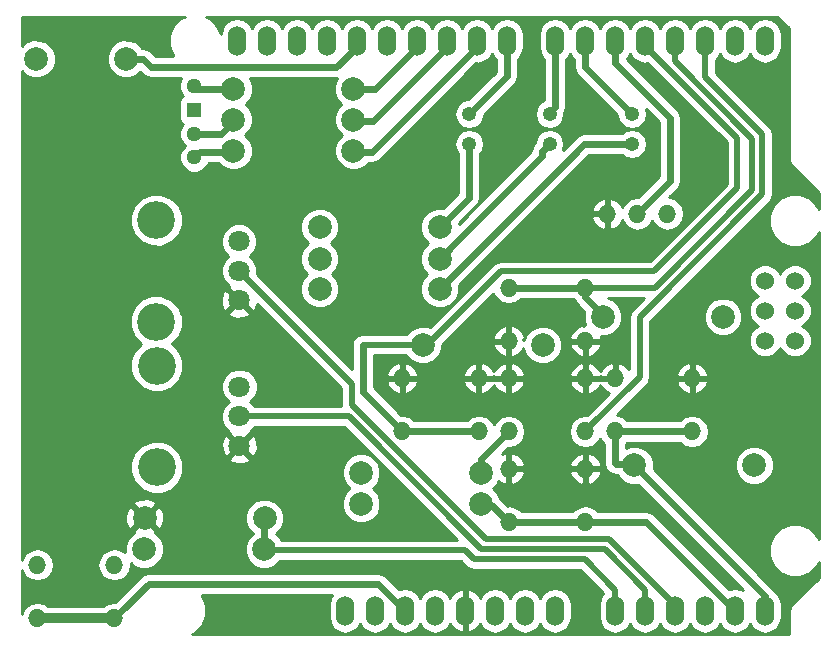
<source format=gbr>
G04 #@! TF.FileFunction,Copper,L1,Top,Signal*
%FSLAX46Y46*%
G04 Gerber Fmt 4.6, Leading zero omitted, Abs format (unit mm)*
G04 Created by KiCad (PCBNEW 4.1.0-alpha+201605121532+6803~44~ubuntu14.04.1-product) date Sat May 14 23:13:03 2016*
%MOMM*%
%LPD*%
G01*
G04 APERTURE LIST*
%ADD10C,0.100000*%
%ADD11O,1.524000X2.540000*%
%ADD12C,1.524000*%
%ADD13O,1.524000X1.524000*%
%ADD14C,3.200000*%
%ADD15C,1.800000*%
%ADD16C,1.300480*%
%ADD17R,1.300480X1.300480*%
%ADD18C,2.000000*%
%ADD19C,1.998980*%
%ADD20O,1.219200X1.219200*%
%ADD21C,0.609600*%
%ADD22C,0.812800*%
%ADD23C,0.508000*%
%ADD24C,0.304800*%
%ADD25C,0.254000*%
G04 APERTURE END LIST*
D10*
D11*
X190459360Y-135260080D03*
X187919360Y-135260080D03*
X185379360Y-135260080D03*
X177759360Y-135260080D03*
X180299360Y-135260080D03*
X182839360Y-135260080D03*
X172679360Y-135260080D03*
X170139360Y-135260080D03*
X167599360Y-135260080D03*
X162519360Y-135260080D03*
X159979360Y-135260080D03*
X190459360Y-87000080D03*
X187919360Y-87000080D03*
X185379360Y-87000080D03*
X182839360Y-87000080D03*
X180299360Y-87000080D03*
X177759360Y-87000080D03*
X175219360Y-87000080D03*
X172679360Y-87000080D03*
X168615360Y-87000080D03*
X166075360Y-87000080D03*
X163535360Y-87000080D03*
X160995360Y-87000080D03*
X158455360Y-87000080D03*
X155915360Y-87000080D03*
X153375360Y-87000080D03*
X150835360Y-87000080D03*
X165059360Y-135260080D03*
X148295360Y-87000080D03*
X145755360Y-87000080D03*
X157439360Y-135260080D03*
X154899360Y-135260080D03*
D12*
X190459360Y-107320080D03*
X192999360Y-107320080D03*
X190459360Y-109860080D03*
X192999360Y-109860080D03*
X190459360Y-112400080D03*
X192999360Y-112400080D03*
D13*
X168753790Y-123228100D03*
X175256190Y-123228100D03*
X168753790Y-127749300D03*
X175256190Y-127749300D03*
D14*
X138963400Y-123111040D03*
X138963400Y-114511040D03*
D15*
X145963400Y-118811040D03*
X145963400Y-121311040D03*
X145963400Y-116311040D03*
D16*
X142148414Y-96880774D03*
X142148414Y-90881294D03*
D17*
X142148414Y-92880274D03*
D16*
X142148414Y-94881794D03*
D13*
X177109120Y-101655880D03*
X179649120Y-101655880D03*
X182189120Y-101655880D03*
D14*
X138912600Y-110794800D03*
X138912600Y-102194800D03*
D15*
X145912600Y-106494800D03*
X145912600Y-108994800D03*
X145912600Y-103994800D03*
D13*
X128854200Y-131394200D03*
X135356600Y-131394200D03*
X128854200Y-135915400D03*
X135356600Y-135915400D03*
X168753790Y-115570000D03*
X175256190Y-115570000D03*
X168753790Y-120091200D03*
X175256190Y-120091200D03*
X175256190Y-112433100D03*
X168753790Y-112433100D03*
X175256190Y-107911900D03*
X168753790Y-107911900D03*
X159730440Y-115570000D03*
X166232840Y-115570000D03*
X159730440Y-120091200D03*
X166232840Y-120091200D03*
X177777140Y-115570000D03*
X184279540Y-115570000D03*
X177777140Y-120091200D03*
X184279540Y-120091200D03*
D18*
X128762760Y-88539320D03*
X136362440Y-88539320D03*
D19*
X137927080Y-127406400D03*
X148087080Y-127406400D03*
X148056600Y-130063240D03*
X137896600Y-130063240D03*
X162905440Y-102786180D03*
X152745440Y-102786180D03*
X162905440Y-105456355D03*
X152745440Y-105456355D03*
X162905440Y-108018580D03*
X152745440Y-108018580D03*
X145450560Y-91109800D03*
X155610560Y-91109800D03*
X145455640Y-93677740D03*
X155615640Y-93677740D03*
X145455640Y-96306640D03*
X155615640Y-96306640D03*
X166425880Y-123571000D03*
X156265880Y-123571000D03*
X176743360Y-110383320D03*
X186903360Y-110383320D03*
X161470340Y-112763300D03*
X171630340Y-112763300D03*
X166425880Y-126212600D03*
X156265880Y-126212600D03*
X179384960Y-122956320D03*
X189544960Y-122956320D03*
D20*
X165404800Y-93218000D03*
X165404800Y-95758000D03*
X172212000Y-93218000D03*
X172212000Y-95758000D03*
X179197000Y-93218000D03*
X179197000Y-95758000D03*
D21*
X165404800Y-95758000D02*
X165404800Y-100286820D01*
X165404800Y-100286820D02*
X162905440Y-102786180D01*
X172212000Y-95758000D02*
X171602401Y-96367599D01*
X171602401Y-96367599D02*
X171602401Y-96759394D01*
X171602401Y-96759394D02*
X163904929Y-104456866D01*
X163904929Y-104456866D02*
X162905440Y-105456355D01*
X179197000Y-95758000D02*
X175166020Y-95758000D01*
X175166020Y-95758000D02*
X162905440Y-108018580D01*
X145486120Y-96403160D02*
X142626028Y-96403160D01*
X142626028Y-96403160D02*
X142148414Y-96880774D01*
X145549620Y-91107260D02*
X142374380Y-91107260D01*
X142374380Y-91107260D02*
X142148414Y-90881294D01*
X145486120Y-93774260D02*
X144378586Y-94881794D01*
X144378586Y-94881794D02*
X142148414Y-94881794D01*
X159979360Y-135260080D02*
X159958951Y-135260080D01*
X136118599Y-135153401D02*
X135356600Y-135915400D01*
X159958951Y-135260080D02*
X157711050Y-133012179D01*
X157711050Y-133012179D02*
X138259821Y-133012179D01*
X138259821Y-133012179D02*
X136118599Y-135153401D01*
D22*
X128854200Y-135915400D02*
X135356600Y-135915400D01*
D21*
X160995360Y-87000080D02*
X160995360Y-87508080D01*
X160995360Y-87508080D02*
X157396180Y-91107260D01*
X157396180Y-91107260D02*
X157123112Y-91107260D01*
X157123112Y-91107260D02*
X155709620Y-91107260D01*
X163535360Y-87000080D02*
X163535360Y-87508080D01*
X163535360Y-87508080D02*
X157269180Y-93774260D01*
X157269180Y-93774260D02*
X157059612Y-93774260D01*
X157059612Y-93774260D02*
X155646120Y-93774260D01*
X155915360Y-87000080D02*
X155915360Y-87508080D01*
X155915360Y-87508080D02*
X154175459Y-89247981D01*
X154175459Y-89247981D02*
X138485314Y-89247981D01*
X138485314Y-89247981D02*
X137776653Y-88539320D01*
X137776653Y-88539320D02*
X136362440Y-88539320D01*
X168615360Y-87000080D02*
X168615360Y-90007440D01*
X168615360Y-90007440D02*
X165404800Y-93218000D01*
X172679360Y-87000080D02*
X172679360Y-92613320D01*
X172679360Y-92613320D02*
X172212000Y-93080680D01*
X175219360Y-87000080D02*
X175219360Y-89240360D01*
X175219360Y-89240360D02*
X179197000Y-93218000D01*
X166075360Y-87000080D02*
X166075360Y-87508080D01*
X166075360Y-87508080D02*
X157180280Y-96403160D01*
X157180280Y-96403160D02*
X157059612Y-96403160D01*
X157059612Y-96403160D02*
X155646120Y-96403160D01*
X177759360Y-87000080D02*
X177759360Y-88879680D01*
X177759360Y-88879680D02*
X182412640Y-93532960D01*
X182412640Y-93532960D02*
X182412640Y-98892360D01*
X182412640Y-98892360D02*
X179649120Y-101655880D01*
X177770600Y-86969600D02*
X177791009Y-86969600D01*
D23*
X179836979Y-110408720D02*
X179836979Y-115510411D01*
X179836979Y-115510411D02*
X175256190Y-120091200D01*
X185379360Y-87000080D02*
X185379360Y-90073581D01*
X185379360Y-90073581D02*
X190240929Y-94935150D01*
X190240929Y-94935150D02*
X190240929Y-100004770D01*
X190240929Y-100004770D02*
X179836979Y-110408720D01*
D21*
X185379360Y-87000080D02*
X185399769Y-87000080D01*
X168753790Y-120091200D02*
X166423340Y-122421650D01*
X166423340Y-122421650D02*
X166423340Y-123583700D01*
D23*
X182839360Y-87000080D02*
X182839360Y-88754909D01*
X182839360Y-88754909D02*
X189377319Y-95292868D01*
X189377319Y-95292868D02*
X189377319Y-99647052D01*
X189377319Y-99647052D02*
X181112471Y-107911900D01*
X181112471Y-107911900D02*
X176333820Y-107911900D01*
X176333820Y-107911900D02*
X175256190Y-107911900D01*
D21*
X175256190Y-107911900D02*
X168753790Y-107911900D01*
X175256190Y-107911900D02*
X175256190Y-108718350D01*
X175256190Y-108718350D02*
X176735740Y-110197900D01*
D23*
X180299360Y-87000080D02*
X180299360Y-87436237D01*
X180299360Y-87436237D02*
X188092441Y-95229318D01*
X188092441Y-95229318D02*
X188092441Y-99501599D01*
X161872420Y-112763300D02*
X156390340Y-112763300D01*
X188092441Y-99501599D02*
X181053741Y-106540299D01*
X181053741Y-106540299D02*
X168095421Y-106540299D01*
X168095421Y-106540299D02*
X161872420Y-112763300D01*
D21*
X166232840Y-120091200D02*
X159730440Y-120091200D01*
X159730440Y-120091200D02*
X156390340Y-116751100D01*
X156390340Y-116751100D02*
X156390340Y-112763300D01*
D23*
X165033960Y-130139440D02*
X165011100Y-130162300D01*
X165011100Y-130162300D02*
X148031200Y-130162300D01*
X165811220Y-130916700D02*
X165033960Y-130139440D01*
X177759360Y-135260080D02*
X177759360Y-133482080D01*
X177759360Y-133482080D02*
X175193980Y-130916700D01*
X175193980Y-130916700D02*
X165811220Y-130916700D01*
D21*
X148018500Y-127457200D02*
X148018500Y-130149600D01*
X148018500Y-130149600D02*
X148031200Y-130162300D01*
D24*
X148031200Y-127469900D02*
X148018500Y-127457200D01*
D21*
X187919360Y-135260080D02*
X187898951Y-135260080D01*
X187898951Y-135260080D02*
X180388171Y-127749300D01*
X180388171Y-127749300D02*
X176333820Y-127749300D01*
X176333820Y-127749300D02*
X175256190Y-127749300D01*
X175256190Y-127749300D02*
X168753790Y-127749300D01*
X166423340Y-126199900D02*
X167204390Y-126199900D01*
X167204390Y-126199900D02*
X168753790Y-127749300D01*
X190459360Y-135260080D02*
X190459360Y-134052328D01*
X190459360Y-134052328D02*
X179254132Y-122847100D01*
X179254132Y-122847100D02*
X177840640Y-122847100D01*
X184279540Y-120091200D02*
X177777140Y-120091200D01*
X177777140Y-120091200D02*
X177777140Y-122783600D01*
X177777140Y-122783600D02*
X177840640Y-122847100D01*
D23*
X155193902Y-118805960D02*
X155188822Y-118811040D01*
X155188822Y-118811040D02*
X145963400Y-118811040D01*
X166441032Y-130053090D02*
X155193902Y-118805960D01*
X180299360Y-135260080D02*
X180299360Y-133482080D01*
X180299360Y-133482080D02*
X176870370Y-130053090D01*
X176870370Y-130053090D02*
X166441032Y-130053090D01*
X166798750Y-129189480D02*
X177276760Y-129189480D01*
X177276760Y-129189480D02*
X182839360Y-134752080D01*
X182839360Y-134752080D02*
X182839360Y-135260080D01*
X145912600Y-106494800D02*
X155475930Y-116058130D01*
X155475930Y-116058130D02*
X155475930Y-117866660D01*
X155475930Y-117866660D02*
X166798750Y-129189480D01*
D21*
X182839360Y-135260080D02*
X182818951Y-135260080D01*
X190470600Y-86969600D02*
X190470600Y-87477600D01*
X190470600Y-87477600D02*
X190500000Y-87507000D01*
D25*
G36*
X140942060Y-85114838D02*
X140316315Y-85739491D01*
X139977247Y-86556058D01*
X139976475Y-87440223D01*
X140314118Y-88257380D01*
X140364830Y-88308181D01*
X138874592Y-88308181D01*
X138441192Y-87874781D01*
X138136299Y-87671058D01*
X137776653Y-87599520D01*
X137734503Y-87599520D01*
X137289803Y-87154042D01*
X136689088Y-86904604D01*
X136038645Y-86904036D01*
X135437497Y-87152426D01*
X134977162Y-87611957D01*
X134727724Y-88212672D01*
X134727156Y-88863115D01*
X134975546Y-89464263D01*
X135435077Y-89924598D01*
X136035792Y-90174036D01*
X136686235Y-90174604D01*
X137287383Y-89926214D01*
X137561165Y-89652910D01*
X137820775Y-89912520D01*
X138125668Y-90116243D01*
X138485314Y-90187781D01*
X141044749Y-90187781D01*
X140863398Y-90624522D01*
X140862952Y-91135822D01*
X141058206Y-91608373D01*
X141149186Y-91699512D01*
X141040365Y-91772225D01*
X140900017Y-91982269D01*
X140850734Y-92230034D01*
X140850734Y-93530514D01*
X140900017Y-93778279D01*
X141040365Y-93988323D01*
X141150521Y-94061928D01*
X141059476Y-94152814D01*
X140863398Y-94625022D01*
X140862952Y-95136322D01*
X141058206Y-95608873D01*
X141330300Y-95881442D01*
X141059476Y-96151794D01*
X140863398Y-96624002D01*
X140862952Y-97135302D01*
X141058206Y-97607853D01*
X141419434Y-97969712D01*
X141891642Y-98165790D01*
X142402942Y-98166236D01*
X142875493Y-97970982D01*
X143237352Y-97609754D01*
X143348135Y-97342960D01*
X144180648Y-97342960D01*
X144528567Y-97691486D01*
X145129093Y-97940846D01*
X145779334Y-97941414D01*
X146380295Y-97693102D01*
X146840486Y-97233713D01*
X147089846Y-96633187D01*
X147090414Y-95982946D01*
X146842102Y-95381985D01*
X146452710Y-94991913D01*
X146840486Y-94604813D01*
X147089846Y-94004287D01*
X147090414Y-93354046D01*
X146842102Y-92753085D01*
X146480654Y-92391006D01*
X146835406Y-92036873D01*
X147084766Y-91436347D01*
X147085334Y-90786106D01*
X146838111Y-90187781D01*
X154175459Y-90187781D01*
X154231897Y-90176555D01*
X154225714Y-90182727D01*
X153976354Y-90783253D01*
X153975786Y-91433494D01*
X154224098Y-92034455D01*
X154585546Y-92396534D01*
X154230794Y-92750667D01*
X153981434Y-93351193D01*
X153980866Y-94001434D01*
X154229178Y-94602395D01*
X154618570Y-94992467D01*
X154230794Y-95379567D01*
X153981434Y-95980093D01*
X153980866Y-96630334D01*
X154229178Y-97231295D01*
X154688567Y-97691486D01*
X155289093Y-97940846D01*
X155939334Y-97941414D01*
X156540295Y-97693102D01*
X156891048Y-97342960D01*
X157180280Y-97342960D01*
X157539926Y-97271422D01*
X157844819Y-97067699D01*
X165987578Y-88924940D01*
X166075360Y-88942401D01*
X166609969Y-88836061D01*
X167063188Y-88533229D01*
X167345360Y-88110930D01*
X167627532Y-88533229D01*
X167675560Y-88565320D01*
X167675560Y-89618162D01*
X165329783Y-91963939D01*
X164928512Y-92043757D01*
X164524735Y-92313552D01*
X164254940Y-92717329D01*
X164160200Y-93193617D01*
X164160200Y-93242383D01*
X164254940Y-93718671D01*
X164524735Y-94122448D01*
X164928512Y-94392243D01*
X165404800Y-94486983D01*
X165881088Y-94392243D01*
X166284865Y-94122448D01*
X166554660Y-93718671D01*
X166634478Y-93317400D01*
X169279899Y-90671979D01*
X169483622Y-90367086D01*
X169555160Y-90007440D01*
X169555160Y-88565320D01*
X169603188Y-88533229D01*
X169906020Y-88080010D01*
X170012360Y-87545401D01*
X170012360Y-86454759D01*
X169906020Y-85920150D01*
X169603188Y-85466931D01*
X169149969Y-85164099D01*
X168615360Y-85057759D01*
X168080751Y-85164099D01*
X167627532Y-85466931D01*
X167345360Y-85889230D01*
X167063188Y-85466931D01*
X166609969Y-85164099D01*
X166075360Y-85057759D01*
X165540751Y-85164099D01*
X165087532Y-85466931D01*
X164805360Y-85889230D01*
X164523188Y-85466931D01*
X164069969Y-85164099D01*
X163535360Y-85057759D01*
X163000751Y-85164099D01*
X162547532Y-85466931D01*
X162265360Y-85889230D01*
X161983188Y-85466931D01*
X161529969Y-85164099D01*
X160995360Y-85057759D01*
X160460751Y-85164099D01*
X160007532Y-85466931D01*
X159725360Y-85889230D01*
X159443188Y-85466931D01*
X158989969Y-85164099D01*
X158455360Y-85057759D01*
X157920751Y-85164099D01*
X157467532Y-85466931D01*
X157185360Y-85889230D01*
X156903188Y-85466931D01*
X156449969Y-85164099D01*
X155915360Y-85057759D01*
X155380751Y-85164099D01*
X154927532Y-85466931D01*
X154645360Y-85889230D01*
X154363188Y-85466931D01*
X153909969Y-85164099D01*
X153375360Y-85057759D01*
X152840751Y-85164099D01*
X152387532Y-85466931D01*
X152105360Y-85889230D01*
X151823188Y-85466931D01*
X151369969Y-85164099D01*
X150835360Y-85057759D01*
X150300751Y-85164099D01*
X149847532Y-85466931D01*
X149565360Y-85889230D01*
X149283188Y-85466931D01*
X148829969Y-85164099D01*
X148295360Y-85057759D01*
X147760751Y-85164099D01*
X147307532Y-85466931D01*
X147025360Y-85889230D01*
X146743188Y-85466931D01*
X146289969Y-85164099D01*
X145755360Y-85057759D01*
X145220751Y-85164099D01*
X144767532Y-85466931D01*
X144464700Y-85920150D01*
X144364998Y-86421388D01*
X144084602Y-85742780D01*
X143459949Y-85117035D01*
X143087065Y-84962200D01*
X191511664Y-84962200D01*
X192482000Y-85932536D01*
X192482000Y-97078800D01*
X192534143Y-97340938D01*
X192682632Y-97563168D01*
X194996600Y-99877136D01*
X194996600Y-101253835D01*
X194884602Y-100982780D01*
X194259949Y-100357035D01*
X193443382Y-100017967D01*
X192559217Y-100017195D01*
X191742060Y-100354838D01*
X191116315Y-100979491D01*
X190777247Y-101796058D01*
X190776475Y-102680223D01*
X191114118Y-103497380D01*
X191738771Y-104123125D01*
X192555338Y-104462193D01*
X193439503Y-104462965D01*
X194256660Y-104125322D01*
X194882405Y-103500669D01*
X194996600Y-103225657D01*
X194996600Y-129193835D01*
X194884602Y-128922780D01*
X194259949Y-128297035D01*
X193443382Y-127957967D01*
X192559217Y-127957195D01*
X191742060Y-128294838D01*
X191116315Y-128919491D01*
X190777247Y-129736058D01*
X190776475Y-130620223D01*
X191114118Y-131437380D01*
X191738771Y-132063125D01*
X192555338Y-132402193D01*
X193439503Y-132402965D01*
X194256660Y-132065322D01*
X194882405Y-131440669D01*
X194996600Y-131165657D01*
X194996600Y-132482064D01*
X192682632Y-134796032D01*
X192534143Y-135018262D01*
X192482000Y-135280400D01*
X192482000Y-137237000D01*
X141964783Y-137237000D01*
X142186660Y-137145322D01*
X142812405Y-136520669D01*
X143151473Y-135704102D01*
X143152245Y-134819937D01*
X142814602Y-134002780D01*
X142763890Y-133951979D01*
X153761159Y-133951979D01*
X153608700Y-134180150D01*
X153502360Y-134714759D01*
X153502360Y-135805401D01*
X153608700Y-136340010D01*
X153911532Y-136793229D01*
X154364751Y-137096061D01*
X154899360Y-137202401D01*
X155433969Y-137096061D01*
X155887188Y-136793229D01*
X156169360Y-136370930D01*
X156451532Y-136793229D01*
X156904751Y-137096061D01*
X157439360Y-137202401D01*
X157973969Y-137096061D01*
X158427188Y-136793229D01*
X158709360Y-136370930D01*
X158991532Y-136793229D01*
X159444751Y-137096061D01*
X159979360Y-137202401D01*
X160513969Y-137096061D01*
X160967188Y-136793229D01*
X161249360Y-136370930D01*
X161531532Y-136793229D01*
X161984751Y-137096061D01*
X162519360Y-137202401D01*
X163053969Y-137096061D01*
X163507188Y-136793229D01*
X163798690Y-136356967D01*
X163817301Y-136420021D01*
X164161334Y-136845710D01*
X164642083Y-137107340D01*
X164716290Y-137122300D01*
X164932360Y-136999800D01*
X164932360Y-135387080D01*
X164912360Y-135387080D01*
X164912360Y-135133080D01*
X164932360Y-135133080D01*
X164932360Y-133520360D01*
X165186360Y-133520360D01*
X165186360Y-135133080D01*
X165206360Y-135133080D01*
X165206360Y-135387080D01*
X165186360Y-135387080D01*
X165186360Y-136999800D01*
X165402430Y-137122300D01*
X165476637Y-137107340D01*
X165957386Y-136845710D01*
X166301419Y-136420021D01*
X166320030Y-136356967D01*
X166611532Y-136793229D01*
X167064751Y-137096061D01*
X167599360Y-137202401D01*
X168133969Y-137096061D01*
X168587188Y-136793229D01*
X168869360Y-136370930D01*
X169151532Y-136793229D01*
X169604751Y-137096061D01*
X170139360Y-137202401D01*
X170673969Y-137096061D01*
X171127188Y-136793229D01*
X171409360Y-136370930D01*
X171691532Y-136793229D01*
X172144751Y-137096061D01*
X172679360Y-137202401D01*
X173213969Y-137096061D01*
X173667188Y-136793229D01*
X173970020Y-136340010D01*
X174076360Y-135805401D01*
X174076360Y-134714759D01*
X173970020Y-134180150D01*
X173667188Y-133726931D01*
X173213969Y-133424099D01*
X172679360Y-133317759D01*
X172144751Y-133424099D01*
X171691532Y-133726931D01*
X171409360Y-134149230D01*
X171127188Y-133726931D01*
X170673969Y-133424099D01*
X170139360Y-133317759D01*
X169604751Y-133424099D01*
X169151532Y-133726931D01*
X168869360Y-134149230D01*
X168587188Y-133726931D01*
X168133969Y-133424099D01*
X167599360Y-133317759D01*
X167064751Y-133424099D01*
X166611532Y-133726931D01*
X166320030Y-134163193D01*
X166301419Y-134100139D01*
X165957386Y-133674450D01*
X165476637Y-133412820D01*
X165402430Y-133397860D01*
X165186360Y-133520360D01*
X164932360Y-133520360D01*
X164716290Y-133397860D01*
X164642083Y-133412820D01*
X164161334Y-133674450D01*
X163817301Y-134100139D01*
X163798690Y-134163193D01*
X163507188Y-133726931D01*
X163053969Y-133424099D01*
X162519360Y-133317759D01*
X161984751Y-133424099D01*
X161531532Y-133726931D01*
X161249360Y-134149230D01*
X160967188Y-133726931D01*
X160513969Y-133424099D01*
X159979360Y-133317759D01*
X159450837Y-133422888D01*
X158375589Y-132347640D01*
X158070696Y-132143917D01*
X157711050Y-132072379D01*
X138259821Y-132072379D01*
X137900175Y-132143917D01*
X137595282Y-132347640D01*
X135417794Y-134525128D01*
X135383969Y-134518400D01*
X135329231Y-134518400D01*
X134794622Y-134624740D01*
X134421579Y-134874000D01*
X129789221Y-134874000D01*
X129416178Y-134624740D01*
X128881569Y-134518400D01*
X128826831Y-134518400D01*
X128292222Y-134624740D01*
X127839003Y-134927572D01*
X127536171Y-135380791D01*
X127507200Y-135526439D01*
X127507200Y-131783161D01*
X127536171Y-131928809D01*
X127839003Y-132382028D01*
X128292222Y-132684860D01*
X128826831Y-132791200D01*
X128881569Y-132791200D01*
X129416178Y-132684860D01*
X129869397Y-132382028D01*
X130172229Y-131928809D01*
X130278569Y-131394200D01*
X133932231Y-131394200D01*
X134038571Y-131928809D01*
X134341403Y-132382028D01*
X134794622Y-132684860D01*
X135329231Y-132791200D01*
X135383969Y-132791200D01*
X135918578Y-132684860D01*
X136371797Y-132382028D01*
X136674629Y-131928809D01*
X136780969Y-131394200D01*
X136747433Y-131225605D01*
X136969527Y-131448086D01*
X137570053Y-131697446D01*
X138220294Y-131698014D01*
X138821255Y-131449702D01*
X139281446Y-130990313D01*
X139530806Y-130389787D01*
X139531374Y-129739546D01*
X139283062Y-129138585D01*
X138846793Y-128701555D01*
X138899637Y-128558563D01*
X137927080Y-127586005D01*
X136954523Y-128558563D01*
X136994731Y-128667363D01*
X136971945Y-128676778D01*
X136511754Y-129136167D01*
X136262394Y-129736693D01*
X136261873Y-130332923D01*
X135918578Y-130103540D01*
X135383969Y-129997200D01*
X135329231Y-129997200D01*
X134794622Y-130103540D01*
X134341403Y-130406372D01*
X134038571Y-130859591D01*
X133932231Y-131394200D01*
X130278569Y-131394200D01*
X130172229Y-130859591D01*
X129869397Y-130406372D01*
X129416178Y-130103540D01*
X128881569Y-129997200D01*
X128826831Y-129997200D01*
X128292222Y-130103540D01*
X127839003Y-130406372D01*
X127536171Y-130859591D01*
X127507200Y-131005239D01*
X127507200Y-127141982D01*
X136281679Y-127141982D01*
X136305739Y-127791777D01*
X136508115Y-128280358D01*
X136774917Y-128378957D01*
X137747475Y-127406400D01*
X138106685Y-127406400D01*
X139079243Y-128378957D01*
X139346045Y-128280358D01*
X139572481Y-127670818D01*
X139548421Y-127021023D01*
X139346045Y-126532442D01*
X139079243Y-126433843D01*
X138106685Y-127406400D01*
X137747475Y-127406400D01*
X136774917Y-126433843D01*
X136508115Y-126532442D01*
X136281679Y-127141982D01*
X127507200Y-127141982D01*
X127507200Y-126254237D01*
X136954523Y-126254237D01*
X137927080Y-127226795D01*
X138899637Y-126254237D01*
X138801038Y-125987435D01*
X138191498Y-125760999D01*
X137541703Y-125785059D01*
X137053122Y-125987435D01*
X136954523Y-126254237D01*
X127507200Y-126254237D01*
X127507200Y-123553659D01*
X136728013Y-123553659D01*
X137067555Y-124375412D01*
X137695721Y-125004676D01*
X138516881Y-125345651D01*
X139406019Y-125346427D01*
X140227772Y-125006885D01*
X140857036Y-124378719D01*
X141058020Y-123894694D01*
X154631106Y-123894694D01*
X154879418Y-124495655D01*
X155275160Y-124892088D01*
X154881034Y-125285527D01*
X154631674Y-125886053D01*
X154631106Y-126536294D01*
X154879418Y-127137255D01*
X155338807Y-127597446D01*
X155939333Y-127846806D01*
X156589574Y-127847374D01*
X157190535Y-127599062D01*
X157650726Y-127139673D01*
X157900086Y-126539147D01*
X157900654Y-125888906D01*
X157652342Y-125287945D01*
X157256600Y-124891512D01*
X157650726Y-124498073D01*
X157900086Y-123897547D01*
X157900654Y-123247306D01*
X157652342Y-122646345D01*
X157192953Y-122186154D01*
X156592427Y-121936794D01*
X155942186Y-121936226D01*
X155341225Y-122184538D01*
X154881034Y-122643927D01*
X154631674Y-123244453D01*
X154631106Y-123894694D01*
X141058020Y-123894694D01*
X141198011Y-123557559D01*
X141198787Y-122668421D01*
X141084242Y-122391199D01*
X145062846Y-122391199D01*
X145149252Y-122647683D01*
X145722736Y-122857498D01*
X146332860Y-122831879D01*
X146777548Y-122647683D01*
X146863954Y-122391199D01*
X145963400Y-121490645D01*
X145062846Y-122391199D01*
X141084242Y-122391199D01*
X140859245Y-121846668D01*
X140231079Y-121217404D01*
X139876996Y-121070376D01*
X144416942Y-121070376D01*
X144442561Y-121680500D01*
X144626757Y-122125188D01*
X144883241Y-122211594D01*
X145783795Y-121311040D01*
X146143005Y-121311040D01*
X147043559Y-122211594D01*
X147300043Y-122125188D01*
X147509858Y-121551704D01*
X147484239Y-120941580D01*
X147300043Y-120496892D01*
X147043559Y-120410486D01*
X146143005Y-121311040D01*
X145783795Y-121311040D01*
X144883241Y-120410486D01*
X144626757Y-120496892D01*
X144416942Y-121070376D01*
X139876996Y-121070376D01*
X139409919Y-120876429D01*
X138520781Y-120875653D01*
X137699028Y-121215195D01*
X137069764Y-121843361D01*
X136728789Y-122664521D01*
X136728013Y-123553659D01*
X127507200Y-123553659D01*
X127507200Y-111237419D01*
X136677213Y-111237419D01*
X137016755Y-112059172D01*
X137635307Y-112678805D01*
X137069764Y-113243361D01*
X136728789Y-114064521D01*
X136728013Y-114953659D01*
X137067555Y-115775412D01*
X137695721Y-116404676D01*
X138516881Y-116745651D01*
X139406019Y-116746427D01*
X140227772Y-116406885D01*
X140857036Y-115778719D01*
X141198011Y-114957559D01*
X141198787Y-114068421D01*
X140859245Y-113246668D01*
X140240693Y-112627035D01*
X140806236Y-112062479D01*
X141147211Y-111241319D01*
X141147987Y-110352181D01*
X141033442Y-110074959D01*
X145012046Y-110074959D01*
X145098452Y-110331443D01*
X145671936Y-110541258D01*
X146282060Y-110515639D01*
X146726748Y-110331443D01*
X146813154Y-110074959D01*
X145912600Y-109174405D01*
X145012046Y-110074959D01*
X141033442Y-110074959D01*
X140808445Y-109530428D01*
X140180279Y-108901164D01*
X139826196Y-108754136D01*
X144366142Y-108754136D01*
X144391761Y-109364260D01*
X144575957Y-109808948D01*
X144832441Y-109895354D01*
X145732995Y-108994800D01*
X144832441Y-108094246D01*
X144575957Y-108180652D01*
X144366142Y-108754136D01*
X139826196Y-108754136D01*
X139359119Y-108560189D01*
X138469981Y-108559413D01*
X137648228Y-108898955D01*
X137018964Y-109527121D01*
X136677989Y-110348281D01*
X136677213Y-111237419D01*
X127507200Y-111237419D01*
X127507200Y-102637419D01*
X136677213Y-102637419D01*
X137016755Y-103459172D01*
X137644921Y-104088436D01*
X138466081Y-104429411D01*
X139355219Y-104430187D01*
X139673221Y-104298791D01*
X144377335Y-104298791D01*
X144610532Y-104863171D01*
X144991782Y-105245088D01*
X144612049Y-105624157D01*
X144377867Y-106188130D01*
X144377335Y-106798791D01*
X144610532Y-107363171D01*
X145041957Y-107795351D01*
X145050972Y-107799094D01*
X145012046Y-107914641D01*
X145912600Y-108815195D01*
X145926743Y-108801053D01*
X146106348Y-108980658D01*
X146092205Y-108994800D01*
X146992759Y-109895354D01*
X147249243Y-109808948D01*
X147442175Y-109281611D01*
X154586930Y-116426366D01*
X154586930Y-117866660D01*
X154597946Y-117922040D01*
X147244875Y-117922040D01*
X146884218Y-117560752D01*
X147263951Y-117181683D01*
X147498133Y-116617710D01*
X147498665Y-116007049D01*
X147265468Y-115442669D01*
X146834043Y-115010489D01*
X146270070Y-114776307D01*
X145659409Y-114775775D01*
X145095029Y-115008972D01*
X144662849Y-115440397D01*
X144428667Y-116004370D01*
X144428135Y-116615031D01*
X144661332Y-117179411D01*
X145042582Y-117561328D01*
X144662849Y-117940397D01*
X144428667Y-118504370D01*
X144428135Y-119115031D01*
X144661332Y-119679411D01*
X145092757Y-120111591D01*
X145101772Y-120115334D01*
X145062846Y-120230881D01*
X145963400Y-121131435D01*
X146863954Y-120230881D01*
X146825193Y-120115826D01*
X146831771Y-120113108D01*
X147245562Y-119700040D01*
X154830746Y-119700040D01*
X164404006Y-129273300D01*
X149498725Y-129273300D01*
X149443062Y-129138585D01*
X149054913Y-128749759D01*
X149471926Y-128333473D01*
X149721286Y-127732947D01*
X149721854Y-127082706D01*
X149473542Y-126481745D01*
X149014153Y-126021554D01*
X148413627Y-125772194D01*
X147763386Y-125771626D01*
X147162425Y-126019938D01*
X146702234Y-126479327D01*
X146452874Y-127079853D01*
X146452306Y-127730094D01*
X146700618Y-128331055D01*
X147078700Y-128709797D01*
X147078700Y-128729930D01*
X146671754Y-129136167D01*
X146422394Y-129736693D01*
X146421826Y-130386934D01*
X146670138Y-130987895D01*
X147129527Y-131448086D01*
X147730053Y-131697446D01*
X148380294Y-131698014D01*
X148981255Y-131449702D01*
X149380353Y-131051300D01*
X164688584Y-131051300D01*
X165182602Y-131545318D01*
X165471015Y-131738030D01*
X165811220Y-131805700D01*
X174825744Y-131805700D01*
X176761696Y-133741652D01*
X176468700Y-134180150D01*
X176362360Y-134714759D01*
X176362360Y-135805401D01*
X176468700Y-136340010D01*
X176771532Y-136793229D01*
X177224751Y-137096061D01*
X177759360Y-137202401D01*
X178293969Y-137096061D01*
X178747188Y-136793229D01*
X179029360Y-136370930D01*
X179311532Y-136793229D01*
X179764751Y-137096061D01*
X180299360Y-137202401D01*
X180833969Y-137096061D01*
X181287188Y-136793229D01*
X181569360Y-136370930D01*
X181851532Y-136793229D01*
X182304751Y-137096061D01*
X182839360Y-137202401D01*
X183373969Y-137096061D01*
X183827188Y-136793229D01*
X184109360Y-136370930D01*
X184391532Y-136793229D01*
X184844751Y-137096061D01*
X185379360Y-137202401D01*
X185913969Y-137096061D01*
X186367188Y-136793229D01*
X186649360Y-136370930D01*
X186931532Y-136793229D01*
X187384751Y-137096061D01*
X187919360Y-137202401D01*
X188453969Y-137096061D01*
X188907188Y-136793229D01*
X189189360Y-136370930D01*
X189471532Y-136793229D01*
X189924751Y-137096061D01*
X190459360Y-137202401D01*
X190993969Y-137096061D01*
X191447188Y-136793229D01*
X191750020Y-136340010D01*
X191856360Y-135805401D01*
X191856360Y-134714759D01*
X191750020Y-134180150D01*
X191447188Y-133726931D01*
X191272526Y-133610226D01*
X191123899Y-133387789D01*
X181019111Y-123283001D01*
X181019166Y-123282867D01*
X181019168Y-123280014D01*
X187910186Y-123280014D01*
X188158498Y-123880975D01*
X188617887Y-124341166D01*
X189218413Y-124590526D01*
X189868654Y-124591094D01*
X190469615Y-124342782D01*
X190929806Y-123883393D01*
X191179166Y-123282867D01*
X191179734Y-122632626D01*
X190931422Y-122031665D01*
X190472033Y-121571474D01*
X189871507Y-121322114D01*
X189221266Y-121321546D01*
X188620305Y-121569858D01*
X188160114Y-122029247D01*
X187910754Y-122629773D01*
X187910186Y-123280014D01*
X181019168Y-123280014D01*
X181019734Y-122632626D01*
X180771422Y-122031665D01*
X180312033Y-121571474D01*
X179711507Y-121322114D01*
X179061266Y-121321546D01*
X178716940Y-121463819D01*
X178716940Y-121129407D01*
X178792337Y-121079028D01*
X178824428Y-121031000D01*
X183232252Y-121031000D01*
X183264343Y-121079028D01*
X183717562Y-121381860D01*
X184252171Y-121488200D01*
X184306909Y-121488200D01*
X184841518Y-121381860D01*
X185294737Y-121079028D01*
X185597569Y-120625809D01*
X185703909Y-120091200D01*
X185597569Y-119556591D01*
X185294737Y-119103372D01*
X184841518Y-118800540D01*
X184306909Y-118694200D01*
X184252171Y-118694200D01*
X183717562Y-118800540D01*
X183264343Y-119103372D01*
X183232252Y-119151400D01*
X178824428Y-119151400D01*
X178792337Y-119103372D01*
X178339118Y-118800540D01*
X177892853Y-118711773D01*
X180465597Y-116139029D01*
X180616578Y-115913070D01*
X182925320Y-115913070D01*
X183079366Y-116284997D01*
X183444341Y-116689858D01*
X183936468Y-116924231D01*
X184152540Y-116802476D01*
X184152540Y-115697000D01*
X184406540Y-115697000D01*
X184406540Y-116802476D01*
X184622612Y-116924231D01*
X185114739Y-116689858D01*
X185479714Y-116284997D01*
X185633760Y-115913070D01*
X185511260Y-115697000D01*
X184406540Y-115697000D01*
X184152540Y-115697000D01*
X183047820Y-115697000D01*
X182925320Y-115913070D01*
X180616578Y-115913070D01*
X180658308Y-115850617D01*
X180725979Y-115510411D01*
X180725979Y-115226930D01*
X182925320Y-115226930D01*
X183047820Y-115443000D01*
X184152540Y-115443000D01*
X184152540Y-114337524D01*
X184406540Y-114337524D01*
X184406540Y-115443000D01*
X185511260Y-115443000D01*
X185633760Y-115226930D01*
X185479714Y-114855003D01*
X185114739Y-114450142D01*
X184622612Y-114215769D01*
X184406540Y-114337524D01*
X184152540Y-114337524D01*
X183936468Y-114215769D01*
X183444341Y-114450142D01*
X183079366Y-114855003D01*
X182925320Y-115226930D01*
X180725979Y-115226930D01*
X180725979Y-110776956D01*
X180795921Y-110707014D01*
X185268586Y-110707014D01*
X185516898Y-111307975D01*
X185976287Y-111768166D01*
X186576813Y-112017526D01*
X187227054Y-112018094D01*
X187828015Y-111769782D01*
X188288206Y-111310393D01*
X188537566Y-110709867D01*
X188538134Y-110059626D01*
X188289822Y-109458665D01*
X187830433Y-108998474D01*
X187229907Y-108749114D01*
X186579666Y-108748546D01*
X185978705Y-108996858D01*
X185518514Y-109456247D01*
X185269154Y-110056773D01*
X185268586Y-110707014D01*
X180795921Y-110707014D01*
X183906194Y-107596741D01*
X189062118Y-107596741D01*
X189274350Y-108110383D01*
X189666990Y-108503709D01*
X189874872Y-108590029D01*
X189669057Y-108675070D01*
X189275731Y-109067710D01*
X189062603Y-109580980D01*
X189062118Y-110136741D01*
X189274350Y-110650383D01*
X189666990Y-111043709D01*
X189874872Y-111130029D01*
X189669057Y-111215070D01*
X189275731Y-111607710D01*
X189062603Y-112120980D01*
X189062118Y-112676741D01*
X189274350Y-113190383D01*
X189666990Y-113583709D01*
X190180260Y-113796837D01*
X190736021Y-113797322D01*
X191249663Y-113585090D01*
X191642989Y-113192450D01*
X191729309Y-112984568D01*
X191814350Y-113190383D01*
X192206990Y-113583709D01*
X192720260Y-113796837D01*
X193276021Y-113797322D01*
X193789663Y-113585090D01*
X194182989Y-113192450D01*
X194396117Y-112679180D01*
X194396602Y-112123419D01*
X194184370Y-111609777D01*
X193791730Y-111216451D01*
X193583848Y-111130131D01*
X193789663Y-111045090D01*
X194182989Y-110652450D01*
X194396117Y-110139180D01*
X194396602Y-109583419D01*
X194184370Y-109069777D01*
X193791730Y-108676451D01*
X193583848Y-108590131D01*
X193789663Y-108505090D01*
X194182989Y-108112450D01*
X194396117Y-107599180D01*
X194396602Y-107043419D01*
X194184370Y-106529777D01*
X193791730Y-106136451D01*
X193278460Y-105923323D01*
X192722699Y-105922838D01*
X192209057Y-106135070D01*
X191815731Y-106527710D01*
X191729411Y-106735592D01*
X191644370Y-106529777D01*
X191251730Y-106136451D01*
X190738460Y-105923323D01*
X190182699Y-105922838D01*
X189669057Y-106135070D01*
X189275731Y-106527710D01*
X189062603Y-107040980D01*
X189062118Y-107596741D01*
X183906194Y-107596741D01*
X190869547Y-100633388D01*
X190988270Y-100455706D01*
X191062258Y-100344976D01*
X191129929Y-100004770D01*
X191129929Y-94935150D01*
X191062258Y-94594944D01*
X190869547Y-94306532D01*
X186268360Y-89705345D01*
X186268360Y-88599264D01*
X186367188Y-88533229D01*
X186649360Y-88110930D01*
X186931532Y-88533229D01*
X187384751Y-88836061D01*
X187919360Y-88942401D01*
X188453969Y-88836061D01*
X188907188Y-88533229D01*
X189189360Y-88110930D01*
X189471532Y-88533229D01*
X189924751Y-88836061D01*
X190459360Y-88942401D01*
X190993969Y-88836061D01*
X191447188Y-88533229D01*
X191750020Y-88080010D01*
X191856360Y-87545401D01*
X191856360Y-86454759D01*
X191750020Y-85920150D01*
X191447188Y-85466931D01*
X190993969Y-85164099D01*
X190459360Y-85057759D01*
X189924751Y-85164099D01*
X189471532Y-85466931D01*
X189189360Y-85889230D01*
X188907188Y-85466931D01*
X188453969Y-85164099D01*
X187919360Y-85057759D01*
X187384751Y-85164099D01*
X186931532Y-85466931D01*
X186649360Y-85889230D01*
X186367188Y-85466931D01*
X185913969Y-85164099D01*
X185379360Y-85057759D01*
X184844751Y-85164099D01*
X184391532Y-85466931D01*
X184109360Y-85889230D01*
X183827188Y-85466931D01*
X183373969Y-85164099D01*
X182839360Y-85057759D01*
X182304751Y-85164099D01*
X181851532Y-85466931D01*
X181569360Y-85889230D01*
X181287188Y-85466931D01*
X180833969Y-85164099D01*
X180299360Y-85057759D01*
X179764751Y-85164099D01*
X179311532Y-85466931D01*
X179029360Y-85889230D01*
X178747188Y-85466931D01*
X178293969Y-85164099D01*
X177759360Y-85057759D01*
X177224751Y-85164099D01*
X176771532Y-85466931D01*
X176489360Y-85889230D01*
X176207188Y-85466931D01*
X175753969Y-85164099D01*
X175219360Y-85057759D01*
X174684751Y-85164099D01*
X174231532Y-85466931D01*
X173949360Y-85889230D01*
X173667188Y-85466931D01*
X173213969Y-85164099D01*
X172679360Y-85057759D01*
X172144751Y-85164099D01*
X171691532Y-85466931D01*
X171388700Y-85920150D01*
X171282360Y-86454759D01*
X171282360Y-87545401D01*
X171388700Y-88080010D01*
X171691532Y-88533229D01*
X171739560Y-88565320D01*
X171739560Y-92042992D01*
X171735712Y-92043757D01*
X171331935Y-92313552D01*
X171062140Y-92717329D01*
X170967400Y-93193617D01*
X170967400Y-93242383D01*
X171062140Y-93718671D01*
X171331935Y-94122448D01*
X171735712Y-94392243D01*
X172212000Y-94486983D01*
X172688288Y-94392243D01*
X173092065Y-94122448D01*
X173361860Y-93718671D01*
X173456600Y-93242383D01*
X173456600Y-93193617D01*
X173443659Y-93128558D01*
X173547622Y-92972966D01*
X173619160Y-92613320D01*
X173619160Y-88565320D01*
X173667188Y-88533229D01*
X173949360Y-88110930D01*
X174231532Y-88533229D01*
X174279560Y-88565320D01*
X174279560Y-89240360D01*
X174351098Y-89600006D01*
X174554821Y-89904899D01*
X177967322Y-93317400D01*
X178047140Y-93718671D01*
X178316935Y-94122448D01*
X178720712Y-94392243D01*
X179197000Y-94486983D01*
X179673288Y-94392243D01*
X180077065Y-94122448D01*
X180346860Y-93718671D01*
X180441600Y-93242383D01*
X180441600Y-93193617D01*
X180366458Y-92815856D01*
X181472840Y-93922238D01*
X181472840Y-98503082D01*
X179728601Y-100247321D01*
X179649120Y-100231511D01*
X179114511Y-100337851D01*
X178661292Y-100640683D01*
X178358833Y-101093344D01*
X178228978Y-100820681D01*
X177824117Y-100455706D01*
X177452190Y-100301660D01*
X177236120Y-100424160D01*
X177236120Y-101528880D01*
X177256120Y-101528880D01*
X177256120Y-101782880D01*
X177236120Y-101782880D01*
X177236120Y-102887600D01*
X177452190Y-103010100D01*
X177824117Y-102856054D01*
X178228978Y-102491079D01*
X178358833Y-102218416D01*
X178661292Y-102671077D01*
X179114511Y-102973909D01*
X179649120Y-103080249D01*
X180183729Y-102973909D01*
X180636948Y-102671077D01*
X180919120Y-102248778D01*
X181201292Y-102671077D01*
X181654511Y-102973909D01*
X182189120Y-103080249D01*
X182723729Y-102973909D01*
X183176948Y-102671077D01*
X183479780Y-102217858D01*
X183586120Y-101683249D01*
X183586120Y-101628511D01*
X183479780Y-101093902D01*
X183176948Y-100640683D01*
X182723729Y-100337851D01*
X182367154Y-100266924D01*
X183077179Y-99556899D01*
X183280902Y-99252006D01*
X183352440Y-98892360D01*
X183352440Y-93532960D01*
X183280902Y-93173314D01*
X183077179Y-92868421D01*
X178744070Y-88535312D01*
X178747188Y-88533229D01*
X179029360Y-88110930D01*
X179311532Y-88533229D01*
X179764751Y-88836061D01*
X180299360Y-88942401D01*
X180506988Y-88901101D01*
X187203441Y-95597554D01*
X187203441Y-99133363D01*
X180685505Y-105651299D01*
X168095421Y-105651299D01*
X167755215Y-105718970D01*
X167466803Y-105911681D01*
X162116624Y-111261860D01*
X161796887Y-111129094D01*
X161146646Y-111128526D01*
X160545685Y-111376838D01*
X160085494Y-111836227D01*
X160069685Y-111874300D01*
X156645729Y-111874300D01*
X156390340Y-111823500D01*
X156030694Y-111895038D01*
X155725801Y-112098761D01*
X155522078Y-112403654D01*
X155450540Y-112763300D01*
X155450540Y-114775504D01*
X147447358Y-106772322D01*
X147447865Y-106190809D01*
X147214668Y-105626429D01*
X146833418Y-105244512D01*
X147213151Y-104865443D01*
X147447333Y-104301470D01*
X147447865Y-103690809D01*
X147214668Y-103126429D01*
X147198142Y-103109874D01*
X151110666Y-103109874D01*
X151358978Y-103710835D01*
X151769007Y-104121580D01*
X151360594Y-104529282D01*
X151111234Y-105129808D01*
X151110666Y-105780049D01*
X151358978Y-106381010D01*
X151715033Y-106737686D01*
X151360594Y-107091507D01*
X151111234Y-107692033D01*
X151110666Y-108342274D01*
X151358978Y-108943235D01*
X151818367Y-109403426D01*
X152418893Y-109652786D01*
X153069134Y-109653354D01*
X153670095Y-109405042D01*
X154130286Y-108945653D01*
X154379646Y-108345127D01*
X154380214Y-107694886D01*
X154131902Y-107093925D01*
X153775847Y-106737249D01*
X154130286Y-106383428D01*
X154379646Y-105782902D01*
X154380214Y-105132661D01*
X154131902Y-104531700D01*
X153721873Y-104120955D01*
X154130286Y-103713253D01*
X154379646Y-103112727D01*
X154379648Y-103109874D01*
X161270666Y-103109874D01*
X161518978Y-103710835D01*
X161929007Y-104121580D01*
X161520594Y-104529282D01*
X161271234Y-105129808D01*
X161270666Y-105780049D01*
X161518978Y-106381010D01*
X161875033Y-106737686D01*
X161520594Y-107091507D01*
X161271234Y-107692033D01*
X161270666Y-108342274D01*
X161518978Y-108943235D01*
X161978367Y-109403426D01*
X162578893Y-109652786D01*
X163229134Y-109653354D01*
X163830095Y-109405042D01*
X164290286Y-108945653D01*
X164539646Y-108345127D01*
X164540198Y-107712900D01*
X170254146Y-101998952D01*
X175754889Y-101998952D01*
X175989262Y-102491079D01*
X176394123Y-102856054D01*
X176766050Y-103010100D01*
X176982120Y-102887600D01*
X176982120Y-101782880D01*
X175876644Y-101782880D01*
X175754889Y-101998952D01*
X170254146Y-101998952D01*
X170940290Y-101312808D01*
X175754889Y-101312808D01*
X175876644Y-101528880D01*
X176982120Y-101528880D01*
X176982120Y-100424160D01*
X176766050Y-100301660D01*
X176394123Y-100455706D01*
X175989262Y-100820681D01*
X175754889Y-101312808D01*
X170940290Y-101312808D01*
X175555298Y-96697800D01*
X178369843Y-96697800D01*
X178720712Y-96932243D01*
X179197000Y-97026983D01*
X179673288Y-96932243D01*
X180077065Y-96662448D01*
X180346860Y-96258671D01*
X180441600Y-95782383D01*
X180441600Y-95733617D01*
X180346860Y-95257329D01*
X180077065Y-94853552D01*
X179673288Y-94583757D01*
X179197000Y-94489017D01*
X178720712Y-94583757D01*
X178369843Y-94818200D01*
X175166020Y-94818200D01*
X174806374Y-94889738D01*
X174712202Y-94952662D01*
X174501481Y-95093461D01*
X173368214Y-96226728D01*
X173456600Y-95782383D01*
X173456600Y-95733617D01*
X173361860Y-95257329D01*
X173092065Y-94853552D01*
X172688288Y-94583757D01*
X172212000Y-94489017D01*
X171735712Y-94583757D01*
X171331935Y-94853552D01*
X171062140Y-95257329D01*
X170982322Y-95658600D01*
X170937862Y-95703060D01*
X170734139Y-96007953D01*
X170662601Y-96367599D01*
X170662601Y-96370116D01*
X164540188Y-102492529D01*
X164540198Y-102480500D01*
X166069339Y-100951359D01*
X166273062Y-100646466D01*
X166344600Y-100286820D01*
X166344600Y-96573048D01*
X166554660Y-96258671D01*
X166649400Y-95782383D01*
X166649400Y-95733617D01*
X166554660Y-95257329D01*
X166284865Y-94853552D01*
X165881088Y-94583757D01*
X165404800Y-94489017D01*
X164928512Y-94583757D01*
X164524735Y-94853552D01*
X164254940Y-95257329D01*
X164160200Y-95733617D01*
X164160200Y-95782383D01*
X164254940Y-96258671D01*
X164465000Y-96573048D01*
X164465000Y-99897542D01*
X163210587Y-101151955D01*
X162581746Y-101151406D01*
X161980785Y-101399718D01*
X161520594Y-101859107D01*
X161271234Y-102459633D01*
X161270666Y-103109874D01*
X154379648Y-103109874D01*
X154380214Y-102462486D01*
X154131902Y-101861525D01*
X153672513Y-101401334D01*
X153071987Y-101151974D01*
X152421746Y-101151406D01*
X151820785Y-101399718D01*
X151360594Y-101859107D01*
X151111234Y-102459633D01*
X151110666Y-103109874D01*
X147198142Y-103109874D01*
X146783243Y-102694249D01*
X146219270Y-102460067D01*
X145608609Y-102459535D01*
X145044229Y-102692732D01*
X144612049Y-103124157D01*
X144377867Y-103688130D01*
X144377335Y-104298791D01*
X139673221Y-104298791D01*
X140176972Y-104090645D01*
X140806236Y-103462479D01*
X141147211Y-102641319D01*
X141147987Y-101752181D01*
X140808445Y-100930428D01*
X140180279Y-100301164D01*
X139359119Y-99960189D01*
X138469981Y-99959413D01*
X137648228Y-100298955D01*
X137018964Y-100927121D01*
X136677989Y-101748281D01*
X136677213Y-102637419D01*
X127507200Y-102637419D01*
X127507200Y-89595827D01*
X127835397Y-89924598D01*
X128436112Y-90174036D01*
X129086555Y-90174604D01*
X129687703Y-89926214D01*
X130148038Y-89466683D01*
X130397476Y-88865968D01*
X130398044Y-88215525D01*
X130149654Y-87614377D01*
X129690123Y-87154042D01*
X129089408Y-86904604D01*
X128438965Y-86904036D01*
X127837817Y-87152426D01*
X127507200Y-87482466D01*
X127507200Y-84962200D01*
X141311472Y-84962200D01*
X140942060Y-85114838D01*
X140942060Y-85114838D01*
G37*
X140942060Y-85114838D02*
X140316315Y-85739491D01*
X139977247Y-86556058D01*
X139976475Y-87440223D01*
X140314118Y-88257380D01*
X140364830Y-88308181D01*
X138874592Y-88308181D01*
X138441192Y-87874781D01*
X138136299Y-87671058D01*
X137776653Y-87599520D01*
X137734503Y-87599520D01*
X137289803Y-87154042D01*
X136689088Y-86904604D01*
X136038645Y-86904036D01*
X135437497Y-87152426D01*
X134977162Y-87611957D01*
X134727724Y-88212672D01*
X134727156Y-88863115D01*
X134975546Y-89464263D01*
X135435077Y-89924598D01*
X136035792Y-90174036D01*
X136686235Y-90174604D01*
X137287383Y-89926214D01*
X137561165Y-89652910D01*
X137820775Y-89912520D01*
X138125668Y-90116243D01*
X138485314Y-90187781D01*
X141044749Y-90187781D01*
X140863398Y-90624522D01*
X140862952Y-91135822D01*
X141058206Y-91608373D01*
X141149186Y-91699512D01*
X141040365Y-91772225D01*
X140900017Y-91982269D01*
X140850734Y-92230034D01*
X140850734Y-93530514D01*
X140900017Y-93778279D01*
X141040365Y-93988323D01*
X141150521Y-94061928D01*
X141059476Y-94152814D01*
X140863398Y-94625022D01*
X140862952Y-95136322D01*
X141058206Y-95608873D01*
X141330300Y-95881442D01*
X141059476Y-96151794D01*
X140863398Y-96624002D01*
X140862952Y-97135302D01*
X141058206Y-97607853D01*
X141419434Y-97969712D01*
X141891642Y-98165790D01*
X142402942Y-98166236D01*
X142875493Y-97970982D01*
X143237352Y-97609754D01*
X143348135Y-97342960D01*
X144180648Y-97342960D01*
X144528567Y-97691486D01*
X145129093Y-97940846D01*
X145779334Y-97941414D01*
X146380295Y-97693102D01*
X146840486Y-97233713D01*
X147089846Y-96633187D01*
X147090414Y-95982946D01*
X146842102Y-95381985D01*
X146452710Y-94991913D01*
X146840486Y-94604813D01*
X147089846Y-94004287D01*
X147090414Y-93354046D01*
X146842102Y-92753085D01*
X146480654Y-92391006D01*
X146835406Y-92036873D01*
X147084766Y-91436347D01*
X147085334Y-90786106D01*
X146838111Y-90187781D01*
X154175459Y-90187781D01*
X154231897Y-90176555D01*
X154225714Y-90182727D01*
X153976354Y-90783253D01*
X153975786Y-91433494D01*
X154224098Y-92034455D01*
X154585546Y-92396534D01*
X154230794Y-92750667D01*
X153981434Y-93351193D01*
X153980866Y-94001434D01*
X154229178Y-94602395D01*
X154618570Y-94992467D01*
X154230794Y-95379567D01*
X153981434Y-95980093D01*
X153980866Y-96630334D01*
X154229178Y-97231295D01*
X154688567Y-97691486D01*
X155289093Y-97940846D01*
X155939334Y-97941414D01*
X156540295Y-97693102D01*
X156891048Y-97342960D01*
X157180280Y-97342960D01*
X157539926Y-97271422D01*
X157844819Y-97067699D01*
X165987578Y-88924940D01*
X166075360Y-88942401D01*
X166609969Y-88836061D01*
X167063188Y-88533229D01*
X167345360Y-88110930D01*
X167627532Y-88533229D01*
X167675560Y-88565320D01*
X167675560Y-89618162D01*
X165329783Y-91963939D01*
X164928512Y-92043757D01*
X164524735Y-92313552D01*
X164254940Y-92717329D01*
X164160200Y-93193617D01*
X164160200Y-93242383D01*
X164254940Y-93718671D01*
X164524735Y-94122448D01*
X164928512Y-94392243D01*
X165404800Y-94486983D01*
X165881088Y-94392243D01*
X166284865Y-94122448D01*
X166554660Y-93718671D01*
X166634478Y-93317400D01*
X169279899Y-90671979D01*
X169483622Y-90367086D01*
X169555160Y-90007440D01*
X169555160Y-88565320D01*
X169603188Y-88533229D01*
X169906020Y-88080010D01*
X170012360Y-87545401D01*
X170012360Y-86454759D01*
X169906020Y-85920150D01*
X169603188Y-85466931D01*
X169149969Y-85164099D01*
X168615360Y-85057759D01*
X168080751Y-85164099D01*
X167627532Y-85466931D01*
X167345360Y-85889230D01*
X167063188Y-85466931D01*
X166609969Y-85164099D01*
X166075360Y-85057759D01*
X165540751Y-85164099D01*
X165087532Y-85466931D01*
X164805360Y-85889230D01*
X164523188Y-85466931D01*
X164069969Y-85164099D01*
X163535360Y-85057759D01*
X163000751Y-85164099D01*
X162547532Y-85466931D01*
X162265360Y-85889230D01*
X161983188Y-85466931D01*
X161529969Y-85164099D01*
X160995360Y-85057759D01*
X160460751Y-85164099D01*
X160007532Y-85466931D01*
X159725360Y-85889230D01*
X159443188Y-85466931D01*
X158989969Y-85164099D01*
X158455360Y-85057759D01*
X157920751Y-85164099D01*
X157467532Y-85466931D01*
X157185360Y-85889230D01*
X156903188Y-85466931D01*
X156449969Y-85164099D01*
X155915360Y-85057759D01*
X155380751Y-85164099D01*
X154927532Y-85466931D01*
X154645360Y-85889230D01*
X154363188Y-85466931D01*
X153909969Y-85164099D01*
X153375360Y-85057759D01*
X152840751Y-85164099D01*
X152387532Y-85466931D01*
X152105360Y-85889230D01*
X151823188Y-85466931D01*
X151369969Y-85164099D01*
X150835360Y-85057759D01*
X150300751Y-85164099D01*
X149847532Y-85466931D01*
X149565360Y-85889230D01*
X149283188Y-85466931D01*
X148829969Y-85164099D01*
X148295360Y-85057759D01*
X147760751Y-85164099D01*
X147307532Y-85466931D01*
X147025360Y-85889230D01*
X146743188Y-85466931D01*
X146289969Y-85164099D01*
X145755360Y-85057759D01*
X145220751Y-85164099D01*
X144767532Y-85466931D01*
X144464700Y-85920150D01*
X144364998Y-86421388D01*
X144084602Y-85742780D01*
X143459949Y-85117035D01*
X143087065Y-84962200D01*
X191511664Y-84962200D01*
X192482000Y-85932536D01*
X192482000Y-97078800D01*
X192534143Y-97340938D01*
X192682632Y-97563168D01*
X194996600Y-99877136D01*
X194996600Y-101253835D01*
X194884602Y-100982780D01*
X194259949Y-100357035D01*
X193443382Y-100017967D01*
X192559217Y-100017195D01*
X191742060Y-100354838D01*
X191116315Y-100979491D01*
X190777247Y-101796058D01*
X190776475Y-102680223D01*
X191114118Y-103497380D01*
X191738771Y-104123125D01*
X192555338Y-104462193D01*
X193439503Y-104462965D01*
X194256660Y-104125322D01*
X194882405Y-103500669D01*
X194996600Y-103225657D01*
X194996600Y-129193835D01*
X194884602Y-128922780D01*
X194259949Y-128297035D01*
X193443382Y-127957967D01*
X192559217Y-127957195D01*
X191742060Y-128294838D01*
X191116315Y-128919491D01*
X190777247Y-129736058D01*
X190776475Y-130620223D01*
X191114118Y-131437380D01*
X191738771Y-132063125D01*
X192555338Y-132402193D01*
X193439503Y-132402965D01*
X194256660Y-132065322D01*
X194882405Y-131440669D01*
X194996600Y-131165657D01*
X194996600Y-132482064D01*
X192682632Y-134796032D01*
X192534143Y-135018262D01*
X192482000Y-135280400D01*
X192482000Y-137237000D01*
X141964783Y-137237000D01*
X142186660Y-137145322D01*
X142812405Y-136520669D01*
X143151473Y-135704102D01*
X143152245Y-134819937D01*
X142814602Y-134002780D01*
X142763890Y-133951979D01*
X153761159Y-133951979D01*
X153608700Y-134180150D01*
X153502360Y-134714759D01*
X153502360Y-135805401D01*
X153608700Y-136340010D01*
X153911532Y-136793229D01*
X154364751Y-137096061D01*
X154899360Y-137202401D01*
X155433969Y-137096061D01*
X155887188Y-136793229D01*
X156169360Y-136370930D01*
X156451532Y-136793229D01*
X156904751Y-137096061D01*
X157439360Y-137202401D01*
X157973969Y-137096061D01*
X158427188Y-136793229D01*
X158709360Y-136370930D01*
X158991532Y-136793229D01*
X159444751Y-137096061D01*
X159979360Y-137202401D01*
X160513969Y-137096061D01*
X160967188Y-136793229D01*
X161249360Y-136370930D01*
X161531532Y-136793229D01*
X161984751Y-137096061D01*
X162519360Y-137202401D01*
X163053969Y-137096061D01*
X163507188Y-136793229D01*
X163798690Y-136356967D01*
X163817301Y-136420021D01*
X164161334Y-136845710D01*
X164642083Y-137107340D01*
X164716290Y-137122300D01*
X164932360Y-136999800D01*
X164932360Y-135387080D01*
X164912360Y-135387080D01*
X164912360Y-135133080D01*
X164932360Y-135133080D01*
X164932360Y-133520360D01*
X165186360Y-133520360D01*
X165186360Y-135133080D01*
X165206360Y-135133080D01*
X165206360Y-135387080D01*
X165186360Y-135387080D01*
X165186360Y-136999800D01*
X165402430Y-137122300D01*
X165476637Y-137107340D01*
X165957386Y-136845710D01*
X166301419Y-136420021D01*
X166320030Y-136356967D01*
X166611532Y-136793229D01*
X167064751Y-137096061D01*
X167599360Y-137202401D01*
X168133969Y-137096061D01*
X168587188Y-136793229D01*
X168869360Y-136370930D01*
X169151532Y-136793229D01*
X169604751Y-137096061D01*
X170139360Y-137202401D01*
X170673969Y-137096061D01*
X171127188Y-136793229D01*
X171409360Y-136370930D01*
X171691532Y-136793229D01*
X172144751Y-137096061D01*
X172679360Y-137202401D01*
X173213969Y-137096061D01*
X173667188Y-136793229D01*
X173970020Y-136340010D01*
X174076360Y-135805401D01*
X174076360Y-134714759D01*
X173970020Y-134180150D01*
X173667188Y-133726931D01*
X173213969Y-133424099D01*
X172679360Y-133317759D01*
X172144751Y-133424099D01*
X171691532Y-133726931D01*
X171409360Y-134149230D01*
X171127188Y-133726931D01*
X170673969Y-133424099D01*
X170139360Y-133317759D01*
X169604751Y-133424099D01*
X169151532Y-133726931D01*
X168869360Y-134149230D01*
X168587188Y-133726931D01*
X168133969Y-133424099D01*
X167599360Y-133317759D01*
X167064751Y-133424099D01*
X166611532Y-133726931D01*
X166320030Y-134163193D01*
X166301419Y-134100139D01*
X165957386Y-133674450D01*
X165476637Y-133412820D01*
X165402430Y-133397860D01*
X165186360Y-133520360D01*
X164932360Y-133520360D01*
X164716290Y-133397860D01*
X164642083Y-133412820D01*
X164161334Y-133674450D01*
X163817301Y-134100139D01*
X163798690Y-134163193D01*
X163507188Y-133726931D01*
X163053969Y-133424099D01*
X162519360Y-133317759D01*
X161984751Y-133424099D01*
X161531532Y-133726931D01*
X161249360Y-134149230D01*
X160967188Y-133726931D01*
X160513969Y-133424099D01*
X159979360Y-133317759D01*
X159450837Y-133422888D01*
X158375589Y-132347640D01*
X158070696Y-132143917D01*
X157711050Y-132072379D01*
X138259821Y-132072379D01*
X137900175Y-132143917D01*
X137595282Y-132347640D01*
X135417794Y-134525128D01*
X135383969Y-134518400D01*
X135329231Y-134518400D01*
X134794622Y-134624740D01*
X134421579Y-134874000D01*
X129789221Y-134874000D01*
X129416178Y-134624740D01*
X128881569Y-134518400D01*
X128826831Y-134518400D01*
X128292222Y-134624740D01*
X127839003Y-134927572D01*
X127536171Y-135380791D01*
X127507200Y-135526439D01*
X127507200Y-131783161D01*
X127536171Y-131928809D01*
X127839003Y-132382028D01*
X128292222Y-132684860D01*
X128826831Y-132791200D01*
X128881569Y-132791200D01*
X129416178Y-132684860D01*
X129869397Y-132382028D01*
X130172229Y-131928809D01*
X130278569Y-131394200D01*
X133932231Y-131394200D01*
X134038571Y-131928809D01*
X134341403Y-132382028D01*
X134794622Y-132684860D01*
X135329231Y-132791200D01*
X135383969Y-132791200D01*
X135918578Y-132684860D01*
X136371797Y-132382028D01*
X136674629Y-131928809D01*
X136780969Y-131394200D01*
X136747433Y-131225605D01*
X136969527Y-131448086D01*
X137570053Y-131697446D01*
X138220294Y-131698014D01*
X138821255Y-131449702D01*
X139281446Y-130990313D01*
X139530806Y-130389787D01*
X139531374Y-129739546D01*
X139283062Y-129138585D01*
X138846793Y-128701555D01*
X138899637Y-128558563D01*
X137927080Y-127586005D01*
X136954523Y-128558563D01*
X136994731Y-128667363D01*
X136971945Y-128676778D01*
X136511754Y-129136167D01*
X136262394Y-129736693D01*
X136261873Y-130332923D01*
X135918578Y-130103540D01*
X135383969Y-129997200D01*
X135329231Y-129997200D01*
X134794622Y-130103540D01*
X134341403Y-130406372D01*
X134038571Y-130859591D01*
X133932231Y-131394200D01*
X130278569Y-131394200D01*
X130172229Y-130859591D01*
X129869397Y-130406372D01*
X129416178Y-130103540D01*
X128881569Y-129997200D01*
X128826831Y-129997200D01*
X128292222Y-130103540D01*
X127839003Y-130406372D01*
X127536171Y-130859591D01*
X127507200Y-131005239D01*
X127507200Y-127141982D01*
X136281679Y-127141982D01*
X136305739Y-127791777D01*
X136508115Y-128280358D01*
X136774917Y-128378957D01*
X137747475Y-127406400D01*
X138106685Y-127406400D01*
X139079243Y-128378957D01*
X139346045Y-128280358D01*
X139572481Y-127670818D01*
X139548421Y-127021023D01*
X139346045Y-126532442D01*
X139079243Y-126433843D01*
X138106685Y-127406400D01*
X137747475Y-127406400D01*
X136774917Y-126433843D01*
X136508115Y-126532442D01*
X136281679Y-127141982D01*
X127507200Y-127141982D01*
X127507200Y-126254237D01*
X136954523Y-126254237D01*
X137927080Y-127226795D01*
X138899637Y-126254237D01*
X138801038Y-125987435D01*
X138191498Y-125760999D01*
X137541703Y-125785059D01*
X137053122Y-125987435D01*
X136954523Y-126254237D01*
X127507200Y-126254237D01*
X127507200Y-123553659D01*
X136728013Y-123553659D01*
X137067555Y-124375412D01*
X137695721Y-125004676D01*
X138516881Y-125345651D01*
X139406019Y-125346427D01*
X140227772Y-125006885D01*
X140857036Y-124378719D01*
X141058020Y-123894694D01*
X154631106Y-123894694D01*
X154879418Y-124495655D01*
X155275160Y-124892088D01*
X154881034Y-125285527D01*
X154631674Y-125886053D01*
X154631106Y-126536294D01*
X154879418Y-127137255D01*
X155338807Y-127597446D01*
X155939333Y-127846806D01*
X156589574Y-127847374D01*
X157190535Y-127599062D01*
X157650726Y-127139673D01*
X157900086Y-126539147D01*
X157900654Y-125888906D01*
X157652342Y-125287945D01*
X157256600Y-124891512D01*
X157650726Y-124498073D01*
X157900086Y-123897547D01*
X157900654Y-123247306D01*
X157652342Y-122646345D01*
X157192953Y-122186154D01*
X156592427Y-121936794D01*
X155942186Y-121936226D01*
X155341225Y-122184538D01*
X154881034Y-122643927D01*
X154631674Y-123244453D01*
X154631106Y-123894694D01*
X141058020Y-123894694D01*
X141198011Y-123557559D01*
X141198787Y-122668421D01*
X141084242Y-122391199D01*
X145062846Y-122391199D01*
X145149252Y-122647683D01*
X145722736Y-122857498D01*
X146332860Y-122831879D01*
X146777548Y-122647683D01*
X146863954Y-122391199D01*
X145963400Y-121490645D01*
X145062846Y-122391199D01*
X141084242Y-122391199D01*
X140859245Y-121846668D01*
X140231079Y-121217404D01*
X139876996Y-121070376D01*
X144416942Y-121070376D01*
X144442561Y-121680500D01*
X144626757Y-122125188D01*
X144883241Y-122211594D01*
X145783795Y-121311040D01*
X146143005Y-121311040D01*
X147043559Y-122211594D01*
X147300043Y-122125188D01*
X147509858Y-121551704D01*
X147484239Y-120941580D01*
X147300043Y-120496892D01*
X147043559Y-120410486D01*
X146143005Y-121311040D01*
X145783795Y-121311040D01*
X144883241Y-120410486D01*
X144626757Y-120496892D01*
X144416942Y-121070376D01*
X139876996Y-121070376D01*
X139409919Y-120876429D01*
X138520781Y-120875653D01*
X137699028Y-121215195D01*
X137069764Y-121843361D01*
X136728789Y-122664521D01*
X136728013Y-123553659D01*
X127507200Y-123553659D01*
X127507200Y-111237419D01*
X136677213Y-111237419D01*
X137016755Y-112059172D01*
X137635307Y-112678805D01*
X137069764Y-113243361D01*
X136728789Y-114064521D01*
X136728013Y-114953659D01*
X137067555Y-115775412D01*
X137695721Y-116404676D01*
X138516881Y-116745651D01*
X139406019Y-116746427D01*
X140227772Y-116406885D01*
X140857036Y-115778719D01*
X141198011Y-114957559D01*
X141198787Y-114068421D01*
X140859245Y-113246668D01*
X140240693Y-112627035D01*
X140806236Y-112062479D01*
X141147211Y-111241319D01*
X141147987Y-110352181D01*
X141033442Y-110074959D01*
X145012046Y-110074959D01*
X145098452Y-110331443D01*
X145671936Y-110541258D01*
X146282060Y-110515639D01*
X146726748Y-110331443D01*
X146813154Y-110074959D01*
X145912600Y-109174405D01*
X145012046Y-110074959D01*
X141033442Y-110074959D01*
X140808445Y-109530428D01*
X140180279Y-108901164D01*
X139826196Y-108754136D01*
X144366142Y-108754136D01*
X144391761Y-109364260D01*
X144575957Y-109808948D01*
X144832441Y-109895354D01*
X145732995Y-108994800D01*
X144832441Y-108094246D01*
X144575957Y-108180652D01*
X144366142Y-108754136D01*
X139826196Y-108754136D01*
X139359119Y-108560189D01*
X138469981Y-108559413D01*
X137648228Y-108898955D01*
X137018964Y-109527121D01*
X136677989Y-110348281D01*
X136677213Y-111237419D01*
X127507200Y-111237419D01*
X127507200Y-102637419D01*
X136677213Y-102637419D01*
X137016755Y-103459172D01*
X137644921Y-104088436D01*
X138466081Y-104429411D01*
X139355219Y-104430187D01*
X139673221Y-104298791D01*
X144377335Y-104298791D01*
X144610532Y-104863171D01*
X144991782Y-105245088D01*
X144612049Y-105624157D01*
X144377867Y-106188130D01*
X144377335Y-106798791D01*
X144610532Y-107363171D01*
X145041957Y-107795351D01*
X145050972Y-107799094D01*
X145012046Y-107914641D01*
X145912600Y-108815195D01*
X145926743Y-108801053D01*
X146106348Y-108980658D01*
X146092205Y-108994800D01*
X146992759Y-109895354D01*
X147249243Y-109808948D01*
X147442175Y-109281611D01*
X154586930Y-116426366D01*
X154586930Y-117866660D01*
X154597946Y-117922040D01*
X147244875Y-117922040D01*
X146884218Y-117560752D01*
X147263951Y-117181683D01*
X147498133Y-116617710D01*
X147498665Y-116007049D01*
X147265468Y-115442669D01*
X146834043Y-115010489D01*
X146270070Y-114776307D01*
X145659409Y-114775775D01*
X145095029Y-115008972D01*
X144662849Y-115440397D01*
X144428667Y-116004370D01*
X144428135Y-116615031D01*
X144661332Y-117179411D01*
X145042582Y-117561328D01*
X144662849Y-117940397D01*
X144428667Y-118504370D01*
X144428135Y-119115031D01*
X144661332Y-119679411D01*
X145092757Y-120111591D01*
X145101772Y-120115334D01*
X145062846Y-120230881D01*
X145963400Y-121131435D01*
X146863954Y-120230881D01*
X146825193Y-120115826D01*
X146831771Y-120113108D01*
X147245562Y-119700040D01*
X154830746Y-119700040D01*
X164404006Y-129273300D01*
X149498725Y-129273300D01*
X149443062Y-129138585D01*
X149054913Y-128749759D01*
X149471926Y-128333473D01*
X149721286Y-127732947D01*
X149721854Y-127082706D01*
X149473542Y-126481745D01*
X149014153Y-126021554D01*
X148413627Y-125772194D01*
X147763386Y-125771626D01*
X147162425Y-126019938D01*
X146702234Y-126479327D01*
X146452874Y-127079853D01*
X146452306Y-127730094D01*
X146700618Y-128331055D01*
X147078700Y-128709797D01*
X147078700Y-128729930D01*
X146671754Y-129136167D01*
X146422394Y-129736693D01*
X146421826Y-130386934D01*
X146670138Y-130987895D01*
X147129527Y-131448086D01*
X147730053Y-131697446D01*
X148380294Y-131698014D01*
X148981255Y-131449702D01*
X149380353Y-131051300D01*
X164688584Y-131051300D01*
X165182602Y-131545318D01*
X165471015Y-131738030D01*
X165811220Y-131805700D01*
X174825744Y-131805700D01*
X176761696Y-133741652D01*
X176468700Y-134180150D01*
X176362360Y-134714759D01*
X176362360Y-135805401D01*
X176468700Y-136340010D01*
X176771532Y-136793229D01*
X177224751Y-137096061D01*
X177759360Y-137202401D01*
X178293969Y-137096061D01*
X178747188Y-136793229D01*
X179029360Y-136370930D01*
X179311532Y-136793229D01*
X179764751Y-137096061D01*
X180299360Y-137202401D01*
X180833969Y-137096061D01*
X181287188Y-136793229D01*
X181569360Y-136370930D01*
X181851532Y-136793229D01*
X182304751Y-137096061D01*
X182839360Y-137202401D01*
X183373969Y-137096061D01*
X183827188Y-136793229D01*
X184109360Y-136370930D01*
X184391532Y-136793229D01*
X184844751Y-137096061D01*
X185379360Y-137202401D01*
X185913969Y-137096061D01*
X186367188Y-136793229D01*
X186649360Y-136370930D01*
X186931532Y-136793229D01*
X187384751Y-137096061D01*
X187919360Y-137202401D01*
X188453969Y-137096061D01*
X188907188Y-136793229D01*
X189189360Y-136370930D01*
X189471532Y-136793229D01*
X189924751Y-137096061D01*
X190459360Y-137202401D01*
X190993969Y-137096061D01*
X191447188Y-136793229D01*
X191750020Y-136340010D01*
X191856360Y-135805401D01*
X191856360Y-134714759D01*
X191750020Y-134180150D01*
X191447188Y-133726931D01*
X191272526Y-133610226D01*
X191123899Y-133387789D01*
X181019111Y-123283001D01*
X181019166Y-123282867D01*
X181019168Y-123280014D01*
X187910186Y-123280014D01*
X188158498Y-123880975D01*
X188617887Y-124341166D01*
X189218413Y-124590526D01*
X189868654Y-124591094D01*
X190469615Y-124342782D01*
X190929806Y-123883393D01*
X191179166Y-123282867D01*
X191179734Y-122632626D01*
X190931422Y-122031665D01*
X190472033Y-121571474D01*
X189871507Y-121322114D01*
X189221266Y-121321546D01*
X188620305Y-121569858D01*
X188160114Y-122029247D01*
X187910754Y-122629773D01*
X187910186Y-123280014D01*
X181019168Y-123280014D01*
X181019734Y-122632626D01*
X180771422Y-122031665D01*
X180312033Y-121571474D01*
X179711507Y-121322114D01*
X179061266Y-121321546D01*
X178716940Y-121463819D01*
X178716940Y-121129407D01*
X178792337Y-121079028D01*
X178824428Y-121031000D01*
X183232252Y-121031000D01*
X183264343Y-121079028D01*
X183717562Y-121381860D01*
X184252171Y-121488200D01*
X184306909Y-121488200D01*
X184841518Y-121381860D01*
X185294737Y-121079028D01*
X185597569Y-120625809D01*
X185703909Y-120091200D01*
X185597569Y-119556591D01*
X185294737Y-119103372D01*
X184841518Y-118800540D01*
X184306909Y-118694200D01*
X184252171Y-118694200D01*
X183717562Y-118800540D01*
X183264343Y-119103372D01*
X183232252Y-119151400D01*
X178824428Y-119151400D01*
X178792337Y-119103372D01*
X178339118Y-118800540D01*
X177892853Y-118711773D01*
X180465597Y-116139029D01*
X180616578Y-115913070D01*
X182925320Y-115913070D01*
X183079366Y-116284997D01*
X183444341Y-116689858D01*
X183936468Y-116924231D01*
X184152540Y-116802476D01*
X184152540Y-115697000D01*
X184406540Y-115697000D01*
X184406540Y-116802476D01*
X184622612Y-116924231D01*
X185114739Y-116689858D01*
X185479714Y-116284997D01*
X185633760Y-115913070D01*
X185511260Y-115697000D01*
X184406540Y-115697000D01*
X184152540Y-115697000D01*
X183047820Y-115697000D01*
X182925320Y-115913070D01*
X180616578Y-115913070D01*
X180658308Y-115850617D01*
X180725979Y-115510411D01*
X180725979Y-115226930D01*
X182925320Y-115226930D01*
X183047820Y-115443000D01*
X184152540Y-115443000D01*
X184152540Y-114337524D01*
X184406540Y-114337524D01*
X184406540Y-115443000D01*
X185511260Y-115443000D01*
X185633760Y-115226930D01*
X185479714Y-114855003D01*
X185114739Y-114450142D01*
X184622612Y-114215769D01*
X184406540Y-114337524D01*
X184152540Y-114337524D01*
X183936468Y-114215769D01*
X183444341Y-114450142D01*
X183079366Y-114855003D01*
X182925320Y-115226930D01*
X180725979Y-115226930D01*
X180725979Y-110776956D01*
X180795921Y-110707014D01*
X185268586Y-110707014D01*
X185516898Y-111307975D01*
X185976287Y-111768166D01*
X186576813Y-112017526D01*
X187227054Y-112018094D01*
X187828015Y-111769782D01*
X188288206Y-111310393D01*
X188537566Y-110709867D01*
X188538134Y-110059626D01*
X188289822Y-109458665D01*
X187830433Y-108998474D01*
X187229907Y-108749114D01*
X186579666Y-108748546D01*
X185978705Y-108996858D01*
X185518514Y-109456247D01*
X185269154Y-110056773D01*
X185268586Y-110707014D01*
X180795921Y-110707014D01*
X183906194Y-107596741D01*
X189062118Y-107596741D01*
X189274350Y-108110383D01*
X189666990Y-108503709D01*
X189874872Y-108590029D01*
X189669057Y-108675070D01*
X189275731Y-109067710D01*
X189062603Y-109580980D01*
X189062118Y-110136741D01*
X189274350Y-110650383D01*
X189666990Y-111043709D01*
X189874872Y-111130029D01*
X189669057Y-111215070D01*
X189275731Y-111607710D01*
X189062603Y-112120980D01*
X189062118Y-112676741D01*
X189274350Y-113190383D01*
X189666990Y-113583709D01*
X190180260Y-113796837D01*
X190736021Y-113797322D01*
X191249663Y-113585090D01*
X191642989Y-113192450D01*
X191729309Y-112984568D01*
X191814350Y-113190383D01*
X192206990Y-113583709D01*
X192720260Y-113796837D01*
X193276021Y-113797322D01*
X193789663Y-113585090D01*
X194182989Y-113192450D01*
X194396117Y-112679180D01*
X194396602Y-112123419D01*
X194184370Y-111609777D01*
X193791730Y-111216451D01*
X193583848Y-111130131D01*
X193789663Y-111045090D01*
X194182989Y-110652450D01*
X194396117Y-110139180D01*
X194396602Y-109583419D01*
X194184370Y-109069777D01*
X193791730Y-108676451D01*
X193583848Y-108590131D01*
X193789663Y-108505090D01*
X194182989Y-108112450D01*
X194396117Y-107599180D01*
X194396602Y-107043419D01*
X194184370Y-106529777D01*
X193791730Y-106136451D01*
X193278460Y-105923323D01*
X192722699Y-105922838D01*
X192209057Y-106135070D01*
X191815731Y-106527710D01*
X191729411Y-106735592D01*
X191644370Y-106529777D01*
X191251730Y-106136451D01*
X190738460Y-105923323D01*
X190182699Y-105922838D01*
X189669057Y-106135070D01*
X189275731Y-106527710D01*
X189062603Y-107040980D01*
X189062118Y-107596741D01*
X183906194Y-107596741D01*
X190869547Y-100633388D01*
X190988270Y-100455706D01*
X191062258Y-100344976D01*
X191129929Y-100004770D01*
X191129929Y-94935150D01*
X191062258Y-94594944D01*
X190869547Y-94306532D01*
X186268360Y-89705345D01*
X186268360Y-88599264D01*
X186367188Y-88533229D01*
X186649360Y-88110930D01*
X186931532Y-88533229D01*
X187384751Y-88836061D01*
X187919360Y-88942401D01*
X188453969Y-88836061D01*
X188907188Y-88533229D01*
X189189360Y-88110930D01*
X189471532Y-88533229D01*
X189924751Y-88836061D01*
X190459360Y-88942401D01*
X190993969Y-88836061D01*
X191447188Y-88533229D01*
X191750020Y-88080010D01*
X191856360Y-87545401D01*
X191856360Y-86454759D01*
X191750020Y-85920150D01*
X191447188Y-85466931D01*
X190993969Y-85164099D01*
X190459360Y-85057759D01*
X189924751Y-85164099D01*
X189471532Y-85466931D01*
X189189360Y-85889230D01*
X188907188Y-85466931D01*
X188453969Y-85164099D01*
X187919360Y-85057759D01*
X187384751Y-85164099D01*
X186931532Y-85466931D01*
X186649360Y-85889230D01*
X186367188Y-85466931D01*
X185913969Y-85164099D01*
X185379360Y-85057759D01*
X184844751Y-85164099D01*
X184391532Y-85466931D01*
X184109360Y-85889230D01*
X183827188Y-85466931D01*
X183373969Y-85164099D01*
X182839360Y-85057759D01*
X182304751Y-85164099D01*
X181851532Y-85466931D01*
X181569360Y-85889230D01*
X181287188Y-85466931D01*
X180833969Y-85164099D01*
X180299360Y-85057759D01*
X179764751Y-85164099D01*
X179311532Y-85466931D01*
X179029360Y-85889230D01*
X178747188Y-85466931D01*
X178293969Y-85164099D01*
X177759360Y-85057759D01*
X177224751Y-85164099D01*
X176771532Y-85466931D01*
X176489360Y-85889230D01*
X176207188Y-85466931D01*
X175753969Y-85164099D01*
X175219360Y-85057759D01*
X174684751Y-85164099D01*
X174231532Y-85466931D01*
X173949360Y-85889230D01*
X173667188Y-85466931D01*
X173213969Y-85164099D01*
X172679360Y-85057759D01*
X172144751Y-85164099D01*
X171691532Y-85466931D01*
X171388700Y-85920150D01*
X171282360Y-86454759D01*
X171282360Y-87545401D01*
X171388700Y-88080010D01*
X171691532Y-88533229D01*
X171739560Y-88565320D01*
X171739560Y-92042992D01*
X171735712Y-92043757D01*
X171331935Y-92313552D01*
X171062140Y-92717329D01*
X170967400Y-93193617D01*
X170967400Y-93242383D01*
X171062140Y-93718671D01*
X171331935Y-94122448D01*
X171735712Y-94392243D01*
X172212000Y-94486983D01*
X172688288Y-94392243D01*
X173092065Y-94122448D01*
X173361860Y-93718671D01*
X173456600Y-93242383D01*
X173456600Y-93193617D01*
X173443659Y-93128558D01*
X173547622Y-92972966D01*
X173619160Y-92613320D01*
X173619160Y-88565320D01*
X173667188Y-88533229D01*
X173949360Y-88110930D01*
X174231532Y-88533229D01*
X174279560Y-88565320D01*
X174279560Y-89240360D01*
X174351098Y-89600006D01*
X174554821Y-89904899D01*
X177967322Y-93317400D01*
X178047140Y-93718671D01*
X178316935Y-94122448D01*
X178720712Y-94392243D01*
X179197000Y-94486983D01*
X179673288Y-94392243D01*
X180077065Y-94122448D01*
X180346860Y-93718671D01*
X180441600Y-93242383D01*
X180441600Y-93193617D01*
X180366458Y-92815856D01*
X181472840Y-93922238D01*
X181472840Y-98503082D01*
X179728601Y-100247321D01*
X179649120Y-100231511D01*
X179114511Y-100337851D01*
X178661292Y-100640683D01*
X178358833Y-101093344D01*
X178228978Y-100820681D01*
X177824117Y-100455706D01*
X177452190Y-100301660D01*
X177236120Y-100424160D01*
X177236120Y-101528880D01*
X177256120Y-101528880D01*
X177256120Y-101782880D01*
X177236120Y-101782880D01*
X177236120Y-102887600D01*
X177452190Y-103010100D01*
X177824117Y-102856054D01*
X178228978Y-102491079D01*
X178358833Y-102218416D01*
X178661292Y-102671077D01*
X179114511Y-102973909D01*
X179649120Y-103080249D01*
X180183729Y-102973909D01*
X180636948Y-102671077D01*
X180919120Y-102248778D01*
X181201292Y-102671077D01*
X181654511Y-102973909D01*
X182189120Y-103080249D01*
X182723729Y-102973909D01*
X183176948Y-102671077D01*
X183479780Y-102217858D01*
X183586120Y-101683249D01*
X183586120Y-101628511D01*
X183479780Y-101093902D01*
X183176948Y-100640683D01*
X182723729Y-100337851D01*
X182367154Y-100266924D01*
X183077179Y-99556899D01*
X183280902Y-99252006D01*
X183352440Y-98892360D01*
X183352440Y-93532960D01*
X183280902Y-93173314D01*
X183077179Y-92868421D01*
X178744070Y-88535312D01*
X178747188Y-88533229D01*
X179029360Y-88110930D01*
X179311532Y-88533229D01*
X179764751Y-88836061D01*
X180299360Y-88942401D01*
X180506988Y-88901101D01*
X187203441Y-95597554D01*
X187203441Y-99133363D01*
X180685505Y-105651299D01*
X168095421Y-105651299D01*
X167755215Y-105718970D01*
X167466803Y-105911681D01*
X162116624Y-111261860D01*
X161796887Y-111129094D01*
X161146646Y-111128526D01*
X160545685Y-111376838D01*
X160085494Y-111836227D01*
X160069685Y-111874300D01*
X156645729Y-111874300D01*
X156390340Y-111823500D01*
X156030694Y-111895038D01*
X155725801Y-112098761D01*
X155522078Y-112403654D01*
X155450540Y-112763300D01*
X155450540Y-114775504D01*
X147447358Y-106772322D01*
X147447865Y-106190809D01*
X147214668Y-105626429D01*
X146833418Y-105244512D01*
X147213151Y-104865443D01*
X147447333Y-104301470D01*
X147447865Y-103690809D01*
X147214668Y-103126429D01*
X147198142Y-103109874D01*
X151110666Y-103109874D01*
X151358978Y-103710835D01*
X151769007Y-104121580D01*
X151360594Y-104529282D01*
X151111234Y-105129808D01*
X151110666Y-105780049D01*
X151358978Y-106381010D01*
X151715033Y-106737686D01*
X151360594Y-107091507D01*
X151111234Y-107692033D01*
X151110666Y-108342274D01*
X151358978Y-108943235D01*
X151818367Y-109403426D01*
X152418893Y-109652786D01*
X153069134Y-109653354D01*
X153670095Y-109405042D01*
X154130286Y-108945653D01*
X154379646Y-108345127D01*
X154380214Y-107694886D01*
X154131902Y-107093925D01*
X153775847Y-106737249D01*
X154130286Y-106383428D01*
X154379646Y-105782902D01*
X154380214Y-105132661D01*
X154131902Y-104531700D01*
X153721873Y-104120955D01*
X154130286Y-103713253D01*
X154379646Y-103112727D01*
X154379648Y-103109874D01*
X161270666Y-103109874D01*
X161518978Y-103710835D01*
X161929007Y-104121580D01*
X161520594Y-104529282D01*
X161271234Y-105129808D01*
X161270666Y-105780049D01*
X161518978Y-106381010D01*
X161875033Y-106737686D01*
X161520594Y-107091507D01*
X161271234Y-107692033D01*
X161270666Y-108342274D01*
X161518978Y-108943235D01*
X161978367Y-109403426D01*
X162578893Y-109652786D01*
X163229134Y-109653354D01*
X163830095Y-109405042D01*
X164290286Y-108945653D01*
X164539646Y-108345127D01*
X164540198Y-107712900D01*
X170254146Y-101998952D01*
X175754889Y-101998952D01*
X175989262Y-102491079D01*
X176394123Y-102856054D01*
X176766050Y-103010100D01*
X176982120Y-102887600D01*
X176982120Y-101782880D01*
X175876644Y-101782880D01*
X175754889Y-101998952D01*
X170254146Y-101998952D01*
X170940290Y-101312808D01*
X175754889Y-101312808D01*
X175876644Y-101528880D01*
X176982120Y-101528880D01*
X176982120Y-100424160D01*
X176766050Y-100301660D01*
X176394123Y-100455706D01*
X175989262Y-100820681D01*
X175754889Y-101312808D01*
X170940290Y-101312808D01*
X175555298Y-96697800D01*
X178369843Y-96697800D01*
X178720712Y-96932243D01*
X179197000Y-97026983D01*
X179673288Y-96932243D01*
X180077065Y-96662448D01*
X180346860Y-96258671D01*
X180441600Y-95782383D01*
X180441600Y-95733617D01*
X180346860Y-95257329D01*
X180077065Y-94853552D01*
X179673288Y-94583757D01*
X179197000Y-94489017D01*
X178720712Y-94583757D01*
X178369843Y-94818200D01*
X175166020Y-94818200D01*
X174806374Y-94889738D01*
X174712202Y-94952662D01*
X174501481Y-95093461D01*
X173368214Y-96226728D01*
X173456600Y-95782383D01*
X173456600Y-95733617D01*
X173361860Y-95257329D01*
X173092065Y-94853552D01*
X172688288Y-94583757D01*
X172212000Y-94489017D01*
X171735712Y-94583757D01*
X171331935Y-94853552D01*
X171062140Y-95257329D01*
X170982322Y-95658600D01*
X170937862Y-95703060D01*
X170734139Y-96007953D01*
X170662601Y-96367599D01*
X170662601Y-96370116D01*
X164540188Y-102492529D01*
X164540198Y-102480500D01*
X166069339Y-100951359D01*
X166273062Y-100646466D01*
X166344600Y-100286820D01*
X166344600Y-96573048D01*
X166554660Y-96258671D01*
X166649400Y-95782383D01*
X166649400Y-95733617D01*
X166554660Y-95257329D01*
X166284865Y-94853552D01*
X165881088Y-94583757D01*
X165404800Y-94489017D01*
X164928512Y-94583757D01*
X164524735Y-94853552D01*
X164254940Y-95257329D01*
X164160200Y-95733617D01*
X164160200Y-95782383D01*
X164254940Y-96258671D01*
X164465000Y-96573048D01*
X164465000Y-99897542D01*
X163210587Y-101151955D01*
X162581746Y-101151406D01*
X161980785Y-101399718D01*
X161520594Y-101859107D01*
X161271234Y-102459633D01*
X161270666Y-103109874D01*
X154379648Y-103109874D01*
X154380214Y-102462486D01*
X154131902Y-101861525D01*
X153672513Y-101401334D01*
X153071987Y-101151974D01*
X152421746Y-101151406D01*
X151820785Y-101399718D01*
X151360594Y-101859107D01*
X151111234Y-102459633D01*
X151110666Y-103109874D01*
X147198142Y-103109874D01*
X146783243Y-102694249D01*
X146219270Y-102460067D01*
X145608609Y-102459535D01*
X145044229Y-102692732D01*
X144612049Y-103124157D01*
X144377867Y-103688130D01*
X144377335Y-104298791D01*
X139673221Y-104298791D01*
X140176972Y-104090645D01*
X140806236Y-103462479D01*
X141147211Y-102641319D01*
X141147987Y-101752181D01*
X140808445Y-100930428D01*
X140180279Y-100301164D01*
X139359119Y-99960189D01*
X138469981Y-99959413D01*
X137648228Y-100298955D01*
X137018964Y-100927121D01*
X136677989Y-101748281D01*
X136677213Y-102637419D01*
X127507200Y-102637419D01*
X127507200Y-89595827D01*
X127835397Y-89924598D01*
X128436112Y-90174036D01*
X129086555Y-90174604D01*
X129687703Y-89926214D01*
X130148038Y-89466683D01*
X130397476Y-88865968D01*
X130398044Y-88215525D01*
X130149654Y-87614377D01*
X129690123Y-87154042D01*
X129089408Y-86904604D01*
X128438965Y-86904036D01*
X127837817Y-87152426D01*
X127507200Y-87482466D01*
X127507200Y-84962200D01*
X141311472Y-84962200D01*
X140942060Y-85114838D01*
G36*
X167738593Y-108899728D02*
X168191812Y-109202560D01*
X168726421Y-109308900D01*
X168781159Y-109308900D01*
X169315768Y-109202560D01*
X169768987Y-108899728D01*
X169801078Y-108851700D01*
X174208902Y-108851700D01*
X174240993Y-108899728D01*
X174369555Y-108985631D01*
X174387928Y-109077996D01*
X174591651Y-109382889D01*
X175155037Y-109946275D01*
X175109154Y-110056773D01*
X175108586Y-110707014D01*
X175244562Y-111036100D01*
X175129188Y-111036100D01*
X175129188Y-111200623D01*
X174913118Y-111078869D01*
X174420991Y-111313242D01*
X174056016Y-111718103D01*
X173901970Y-112090030D01*
X174024470Y-112306100D01*
X175129190Y-112306100D01*
X175129190Y-112286100D01*
X175383190Y-112286100D01*
X175383190Y-112306100D01*
X176487910Y-112306100D01*
X176610410Y-112090030D01*
X176580439Y-112017669D01*
X177067054Y-112018094D01*
X177668015Y-111769782D01*
X178128206Y-111310393D01*
X178377566Y-110709867D01*
X178378134Y-110059626D01*
X178129822Y-109458665D01*
X177670433Y-108998474D01*
X177194622Y-108800900D01*
X180187563Y-108800900D01*
X179208361Y-109780102D01*
X179015650Y-110068514D01*
X178947979Y-110408720D01*
X178947979Y-114822462D01*
X178612339Y-114450142D01*
X178120212Y-114215769D01*
X177904140Y-114337524D01*
X177904140Y-115443000D01*
X177924140Y-115443000D01*
X177924140Y-115697000D01*
X177904140Y-115697000D01*
X177904140Y-115717000D01*
X177650140Y-115717000D01*
X177650140Y-115697000D01*
X176545420Y-115697000D01*
X176516665Y-115747719D01*
X176487910Y-115697000D01*
X175383190Y-115697000D01*
X175383190Y-116802476D01*
X175599262Y-116924231D01*
X176091389Y-116689858D01*
X176456364Y-116284997D01*
X176516665Y-116139407D01*
X176576966Y-116284997D01*
X176941941Y-116689858D01*
X177252428Y-116837726D01*
X175377307Y-118712847D01*
X175283559Y-118694200D01*
X175228821Y-118694200D01*
X174694212Y-118800540D01*
X174240993Y-119103372D01*
X173938161Y-119556591D01*
X173831821Y-120091200D01*
X173938161Y-120625809D01*
X174240993Y-121079028D01*
X174694212Y-121381860D01*
X175228821Y-121488200D01*
X175283559Y-121488200D01*
X175818168Y-121381860D01*
X176271387Y-121079028D01*
X176516665Y-120711944D01*
X176761943Y-121079028D01*
X176837340Y-121129407D01*
X176837340Y-122783600D01*
X176908878Y-123143246D01*
X177112601Y-123448139D01*
X177176101Y-123511639D01*
X177480994Y-123715362D01*
X177840640Y-123786900D01*
X177959627Y-123786900D01*
X177998498Y-123880975D01*
X178457887Y-124341166D01*
X179058413Y-124590526D01*
X179669013Y-124591059D01*
X188598879Y-133520925D01*
X188453969Y-133424099D01*
X187919360Y-133317759D01*
X187390837Y-133422888D01*
X181052710Y-127084761D01*
X180747817Y-126881038D01*
X180388171Y-126809500D01*
X176303478Y-126809500D01*
X176271387Y-126761472D01*
X175818168Y-126458640D01*
X175283559Y-126352300D01*
X175228821Y-126352300D01*
X174694212Y-126458640D01*
X174240993Y-126761472D01*
X174208902Y-126809500D01*
X169801078Y-126809500D01*
X169768987Y-126761472D01*
X169315768Y-126458640D01*
X168781159Y-126352300D01*
X168726421Y-126352300D01*
X168692596Y-126359028D01*
X167946711Y-125613143D01*
X167812342Y-125287945D01*
X167416600Y-124891512D01*
X167810726Y-124498073D01*
X167887418Y-124313378D01*
X167918591Y-124347958D01*
X168410718Y-124582331D01*
X168626790Y-124460576D01*
X168626790Y-123355100D01*
X168880790Y-123355100D01*
X168880790Y-124460576D01*
X169096862Y-124582331D01*
X169588989Y-124347958D01*
X169953964Y-123943097D01*
X170108010Y-123571170D01*
X173901970Y-123571170D01*
X174056016Y-123943097D01*
X174420991Y-124347958D01*
X174913118Y-124582331D01*
X175129190Y-124460576D01*
X175129190Y-123355100D01*
X175383190Y-123355100D01*
X175383190Y-124460576D01*
X175599262Y-124582331D01*
X176091389Y-124347958D01*
X176456364Y-123943097D01*
X176610410Y-123571170D01*
X176487910Y-123355100D01*
X175383190Y-123355100D01*
X175129190Y-123355100D01*
X174024470Y-123355100D01*
X173901970Y-123571170D01*
X170108010Y-123571170D01*
X169985510Y-123355100D01*
X168880790Y-123355100D01*
X168626790Y-123355100D01*
X168606790Y-123355100D01*
X168606790Y-123101100D01*
X168626790Y-123101100D01*
X168626790Y-121995624D01*
X168880790Y-121995624D01*
X168880790Y-123101100D01*
X169985510Y-123101100D01*
X170108010Y-122885030D01*
X173901970Y-122885030D01*
X174024470Y-123101100D01*
X175129190Y-123101100D01*
X175129190Y-121995624D01*
X175383190Y-121995624D01*
X175383190Y-123101100D01*
X176487910Y-123101100D01*
X176610410Y-122885030D01*
X176456364Y-122513103D01*
X176091389Y-122108242D01*
X175599262Y-121873869D01*
X175383190Y-121995624D01*
X175129190Y-121995624D01*
X174913118Y-121873869D01*
X174420991Y-122108242D01*
X174056016Y-122513103D01*
X173901970Y-122885030D01*
X170108010Y-122885030D01*
X169953964Y-122513103D01*
X169588989Y-122108242D01*
X169096862Y-121873869D01*
X168880790Y-121995624D01*
X168626790Y-121995624D01*
X168410718Y-121873869D01*
X168199705Y-121974363D01*
X168692596Y-121481472D01*
X168726421Y-121488200D01*
X168781159Y-121488200D01*
X169315768Y-121381860D01*
X169768987Y-121079028D01*
X170071819Y-120625809D01*
X170178159Y-120091200D01*
X170071819Y-119556591D01*
X169768987Y-119103372D01*
X169315768Y-118800540D01*
X168781159Y-118694200D01*
X168726421Y-118694200D01*
X168191812Y-118800540D01*
X167738593Y-119103372D01*
X167493315Y-119470456D01*
X167248037Y-119103372D01*
X166794818Y-118800540D01*
X166260209Y-118694200D01*
X166205471Y-118694200D01*
X165670862Y-118800540D01*
X165217643Y-119103372D01*
X165185552Y-119151400D01*
X160777728Y-119151400D01*
X160745637Y-119103372D01*
X160292418Y-118800540D01*
X159757809Y-118694200D01*
X159703071Y-118694200D01*
X159669246Y-118700928D01*
X157330140Y-116361822D01*
X157330140Y-115913070D01*
X158376220Y-115913070D01*
X158530266Y-116284997D01*
X158895241Y-116689858D01*
X159387368Y-116924231D01*
X159603440Y-116802476D01*
X159603440Y-115697000D01*
X159857440Y-115697000D01*
X159857440Y-116802476D01*
X160073512Y-116924231D01*
X160565639Y-116689858D01*
X160930614Y-116284997D01*
X161084660Y-115913070D01*
X164878620Y-115913070D01*
X165032666Y-116284997D01*
X165397641Y-116689858D01*
X165889768Y-116924231D01*
X166105840Y-116802476D01*
X166105840Y-115697000D01*
X166359840Y-115697000D01*
X166359840Y-116802476D01*
X166575912Y-116924231D01*
X167068039Y-116689858D01*
X167433014Y-116284997D01*
X167493315Y-116139407D01*
X167553616Y-116284997D01*
X167918591Y-116689858D01*
X168410718Y-116924231D01*
X168626790Y-116802476D01*
X168626790Y-115697000D01*
X168880790Y-115697000D01*
X168880790Y-116802476D01*
X169096862Y-116924231D01*
X169588989Y-116689858D01*
X169953964Y-116284997D01*
X170108010Y-115913070D01*
X173901970Y-115913070D01*
X174056016Y-116284997D01*
X174420991Y-116689858D01*
X174913118Y-116924231D01*
X175129190Y-116802476D01*
X175129190Y-115697000D01*
X174024470Y-115697000D01*
X173901970Y-115913070D01*
X170108010Y-115913070D01*
X169985510Y-115697000D01*
X168880790Y-115697000D01*
X168626790Y-115697000D01*
X167522070Y-115697000D01*
X167493315Y-115747719D01*
X167464560Y-115697000D01*
X166359840Y-115697000D01*
X166105840Y-115697000D01*
X165001120Y-115697000D01*
X164878620Y-115913070D01*
X161084660Y-115913070D01*
X160962160Y-115697000D01*
X159857440Y-115697000D01*
X159603440Y-115697000D01*
X158498720Y-115697000D01*
X158376220Y-115913070D01*
X157330140Y-115913070D01*
X157330140Y-115226930D01*
X158376220Y-115226930D01*
X158498720Y-115443000D01*
X159603440Y-115443000D01*
X159603440Y-114337524D01*
X159857440Y-114337524D01*
X159857440Y-115443000D01*
X160962160Y-115443000D01*
X161084660Y-115226930D01*
X164878620Y-115226930D01*
X165001120Y-115443000D01*
X166105840Y-115443000D01*
X166105840Y-114337524D01*
X166359840Y-114337524D01*
X166359840Y-115443000D01*
X167464560Y-115443000D01*
X167493315Y-115392281D01*
X167522070Y-115443000D01*
X168626790Y-115443000D01*
X168626790Y-114337524D01*
X168880790Y-114337524D01*
X168880790Y-115443000D01*
X169985510Y-115443000D01*
X170108010Y-115226930D01*
X173901970Y-115226930D01*
X174024470Y-115443000D01*
X175129190Y-115443000D01*
X175129190Y-114337524D01*
X175383190Y-114337524D01*
X175383190Y-115443000D01*
X176487910Y-115443000D01*
X176516665Y-115392281D01*
X176545420Y-115443000D01*
X177650140Y-115443000D01*
X177650140Y-114337524D01*
X177434068Y-114215769D01*
X176941941Y-114450142D01*
X176576966Y-114855003D01*
X176516665Y-115000593D01*
X176456364Y-114855003D01*
X176091389Y-114450142D01*
X175599262Y-114215769D01*
X175383190Y-114337524D01*
X175129190Y-114337524D01*
X174913118Y-114215769D01*
X174420991Y-114450142D01*
X174056016Y-114855003D01*
X173901970Y-115226930D01*
X170108010Y-115226930D01*
X169953964Y-114855003D01*
X169588989Y-114450142D01*
X169096862Y-114215769D01*
X168880790Y-114337524D01*
X168626790Y-114337524D01*
X168410718Y-114215769D01*
X167918591Y-114450142D01*
X167553616Y-114855003D01*
X167493315Y-115000593D01*
X167433014Y-114855003D01*
X167068039Y-114450142D01*
X166575912Y-114215769D01*
X166359840Y-114337524D01*
X166105840Y-114337524D01*
X165889768Y-114215769D01*
X165397641Y-114450142D01*
X165032666Y-114855003D01*
X164878620Y-115226930D01*
X161084660Y-115226930D01*
X160930614Y-114855003D01*
X160565639Y-114450142D01*
X160073512Y-114215769D01*
X159857440Y-114337524D01*
X159603440Y-114337524D01*
X159387368Y-114215769D01*
X158895241Y-114450142D01*
X158530266Y-114855003D01*
X158376220Y-115226930D01*
X157330140Y-115226930D01*
X157330140Y-113652300D01*
X160069146Y-113652300D01*
X160083878Y-113687955D01*
X160543267Y-114148146D01*
X161143793Y-114397506D01*
X161794034Y-114398074D01*
X162394995Y-114149762D01*
X162855186Y-113690373D01*
X163104546Y-113089847D01*
X163104810Y-112788146D01*
X163116786Y-112776170D01*
X167399570Y-112776170D01*
X167553616Y-113148097D01*
X167918591Y-113552958D01*
X168410718Y-113787331D01*
X168626790Y-113665576D01*
X168626790Y-112560100D01*
X167522070Y-112560100D01*
X167399570Y-112776170D01*
X163116786Y-112776170D01*
X163802926Y-112090030D01*
X167399570Y-112090030D01*
X167522070Y-112306100D01*
X168626790Y-112306100D01*
X168626790Y-111200624D01*
X168880790Y-111200624D01*
X168880790Y-112306100D01*
X168900790Y-112306100D01*
X168900790Y-112560100D01*
X168880790Y-112560100D01*
X168880790Y-113665576D01*
X169096862Y-113787331D01*
X169588989Y-113552958D01*
X169953964Y-113148097D01*
X169995600Y-113047570D01*
X169995566Y-113086994D01*
X170243878Y-113687955D01*
X170703267Y-114148146D01*
X171303793Y-114397506D01*
X171954034Y-114398074D01*
X172554995Y-114149762D01*
X173015186Y-113690373D01*
X173264546Y-113089847D01*
X173264820Y-112776170D01*
X173901970Y-112776170D01*
X174056016Y-113148097D01*
X174420991Y-113552958D01*
X174913118Y-113787331D01*
X175129190Y-113665576D01*
X175129190Y-112560100D01*
X175383190Y-112560100D01*
X175383190Y-113665576D01*
X175599262Y-113787331D01*
X176091389Y-113552958D01*
X176456364Y-113148097D01*
X176610410Y-112776170D01*
X176487910Y-112560100D01*
X175383190Y-112560100D01*
X175129190Y-112560100D01*
X174024470Y-112560100D01*
X173901970Y-112776170D01*
X173264820Y-112776170D01*
X173265114Y-112439606D01*
X173016802Y-111838645D01*
X172557413Y-111378454D01*
X171956887Y-111129094D01*
X171306646Y-111128526D01*
X170705685Y-111376838D01*
X170245494Y-111836227D01*
X170050387Y-112306098D01*
X169985511Y-112306098D01*
X170108010Y-112090030D01*
X169953964Y-111718103D01*
X169588989Y-111313242D01*
X169096862Y-111078869D01*
X168880790Y-111200624D01*
X168626790Y-111200624D01*
X168410718Y-111078869D01*
X167918591Y-111313242D01*
X167553616Y-111718103D01*
X167399570Y-112090030D01*
X163802926Y-112090030D01*
X167440041Y-108452915D01*
X167738593Y-108899728D01*
X167738593Y-108899728D01*
G37*
X167738593Y-108899728D02*
X168191812Y-109202560D01*
X168726421Y-109308900D01*
X168781159Y-109308900D01*
X169315768Y-109202560D01*
X169768987Y-108899728D01*
X169801078Y-108851700D01*
X174208902Y-108851700D01*
X174240993Y-108899728D01*
X174369555Y-108985631D01*
X174387928Y-109077996D01*
X174591651Y-109382889D01*
X175155037Y-109946275D01*
X175109154Y-110056773D01*
X175108586Y-110707014D01*
X175244562Y-111036100D01*
X175129188Y-111036100D01*
X175129188Y-111200623D01*
X174913118Y-111078869D01*
X174420991Y-111313242D01*
X174056016Y-111718103D01*
X173901970Y-112090030D01*
X174024470Y-112306100D01*
X175129190Y-112306100D01*
X175129190Y-112286100D01*
X175383190Y-112286100D01*
X175383190Y-112306100D01*
X176487910Y-112306100D01*
X176610410Y-112090030D01*
X176580439Y-112017669D01*
X177067054Y-112018094D01*
X177668015Y-111769782D01*
X178128206Y-111310393D01*
X178377566Y-110709867D01*
X178378134Y-110059626D01*
X178129822Y-109458665D01*
X177670433Y-108998474D01*
X177194622Y-108800900D01*
X180187563Y-108800900D01*
X179208361Y-109780102D01*
X179015650Y-110068514D01*
X178947979Y-110408720D01*
X178947979Y-114822462D01*
X178612339Y-114450142D01*
X178120212Y-114215769D01*
X177904140Y-114337524D01*
X177904140Y-115443000D01*
X177924140Y-115443000D01*
X177924140Y-115697000D01*
X177904140Y-115697000D01*
X177904140Y-115717000D01*
X177650140Y-115717000D01*
X177650140Y-115697000D01*
X176545420Y-115697000D01*
X176516665Y-115747719D01*
X176487910Y-115697000D01*
X175383190Y-115697000D01*
X175383190Y-116802476D01*
X175599262Y-116924231D01*
X176091389Y-116689858D01*
X176456364Y-116284997D01*
X176516665Y-116139407D01*
X176576966Y-116284997D01*
X176941941Y-116689858D01*
X177252428Y-116837726D01*
X175377307Y-118712847D01*
X175283559Y-118694200D01*
X175228821Y-118694200D01*
X174694212Y-118800540D01*
X174240993Y-119103372D01*
X173938161Y-119556591D01*
X173831821Y-120091200D01*
X173938161Y-120625809D01*
X174240993Y-121079028D01*
X174694212Y-121381860D01*
X175228821Y-121488200D01*
X175283559Y-121488200D01*
X175818168Y-121381860D01*
X176271387Y-121079028D01*
X176516665Y-120711944D01*
X176761943Y-121079028D01*
X176837340Y-121129407D01*
X176837340Y-122783600D01*
X176908878Y-123143246D01*
X177112601Y-123448139D01*
X177176101Y-123511639D01*
X177480994Y-123715362D01*
X177840640Y-123786900D01*
X177959627Y-123786900D01*
X177998498Y-123880975D01*
X178457887Y-124341166D01*
X179058413Y-124590526D01*
X179669013Y-124591059D01*
X188598879Y-133520925D01*
X188453969Y-133424099D01*
X187919360Y-133317759D01*
X187390837Y-133422888D01*
X181052710Y-127084761D01*
X180747817Y-126881038D01*
X180388171Y-126809500D01*
X176303478Y-126809500D01*
X176271387Y-126761472D01*
X175818168Y-126458640D01*
X175283559Y-126352300D01*
X175228821Y-126352300D01*
X174694212Y-126458640D01*
X174240993Y-126761472D01*
X174208902Y-126809500D01*
X169801078Y-126809500D01*
X169768987Y-126761472D01*
X169315768Y-126458640D01*
X168781159Y-126352300D01*
X168726421Y-126352300D01*
X168692596Y-126359028D01*
X167946711Y-125613143D01*
X167812342Y-125287945D01*
X167416600Y-124891512D01*
X167810726Y-124498073D01*
X167887418Y-124313378D01*
X167918591Y-124347958D01*
X168410718Y-124582331D01*
X168626790Y-124460576D01*
X168626790Y-123355100D01*
X168880790Y-123355100D01*
X168880790Y-124460576D01*
X169096862Y-124582331D01*
X169588989Y-124347958D01*
X169953964Y-123943097D01*
X170108010Y-123571170D01*
X173901970Y-123571170D01*
X174056016Y-123943097D01*
X174420991Y-124347958D01*
X174913118Y-124582331D01*
X175129190Y-124460576D01*
X175129190Y-123355100D01*
X175383190Y-123355100D01*
X175383190Y-124460576D01*
X175599262Y-124582331D01*
X176091389Y-124347958D01*
X176456364Y-123943097D01*
X176610410Y-123571170D01*
X176487910Y-123355100D01*
X175383190Y-123355100D01*
X175129190Y-123355100D01*
X174024470Y-123355100D01*
X173901970Y-123571170D01*
X170108010Y-123571170D01*
X169985510Y-123355100D01*
X168880790Y-123355100D01*
X168626790Y-123355100D01*
X168606790Y-123355100D01*
X168606790Y-123101100D01*
X168626790Y-123101100D01*
X168626790Y-121995624D01*
X168880790Y-121995624D01*
X168880790Y-123101100D01*
X169985510Y-123101100D01*
X170108010Y-122885030D01*
X173901970Y-122885030D01*
X174024470Y-123101100D01*
X175129190Y-123101100D01*
X175129190Y-121995624D01*
X175383190Y-121995624D01*
X175383190Y-123101100D01*
X176487910Y-123101100D01*
X176610410Y-122885030D01*
X176456364Y-122513103D01*
X176091389Y-122108242D01*
X175599262Y-121873869D01*
X175383190Y-121995624D01*
X175129190Y-121995624D01*
X174913118Y-121873869D01*
X174420991Y-122108242D01*
X174056016Y-122513103D01*
X173901970Y-122885030D01*
X170108010Y-122885030D01*
X169953964Y-122513103D01*
X169588989Y-122108242D01*
X169096862Y-121873869D01*
X168880790Y-121995624D01*
X168626790Y-121995624D01*
X168410718Y-121873869D01*
X168199705Y-121974363D01*
X168692596Y-121481472D01*
X168726421Y-121488200D01*
X168781159Y-121488200D01*
X169315768Y-121381860D01*
X169768987Y-121079028D01*
X170071819Y-120625809D01*
X170178159Y-120091200D01*
X170071819Y-119556591D01*
X169768987Y-119103372D01*
X169315768Y-118800540D01*
X168781159Y-118694200D01*
X168726421Y-118694200D01*
X168191812Y-118800540D01*
X167738593Y-119103372D01*
X167493315Y-119470456D01*
X167248037Y-119103372D01*
X166794818Y-118800540D01*
X166260209Y-118694200D01*
X166205471Y-118694200D01*
X165670862Y-118800540D01*
X165217643Y-119103372D01*
X165185552Y-119151400D01*
X160777728Y-119151400D01*
X160745637Y-119103372D01*
X160292418Y-118800540D01*
X159757809Y-118694200D01*
X159703071Y-118694200D01*
X159669246Y-118700928D01*
X157330140Y-116361822D01*
X157330140Y-115913070D01*
X158376220Y-115913070D01*
X158530266Y-116284997D01*
X158895241Y-116689858D01*
X159387368Y-116924231D01*
X159603440Y-116802476D01*
X159603440Y-115697000D01*
X159857440Y-115697000D01*
X159857440Y-116802476D01*
X160073512Y-116924231D01*
X160565639Y-116689858D01*
X160930614Y-116284997D01*
X161084660Y-115913070D01*
X164878620Y-115913070D01*
X165032666Y-116284997D01*
X165397641Y-116689858D01*
X165889768Y-116924231D01*
X166105840Y-116802476D01*
X166105840Y-115697000D01*
X166359840Y-115697000D01*
X166359840Y-116802476D01*
X166575912Y-116924231D01*
X167068039Y-116689858D01*
X167433014Y-116284997D01*
X167493315Y-116139407D01*
X167553616Y-116284997D01*
X167918591Y-116689858D01*
X168410718Y-116924231D01*
X168626790Y-116802476D01*
X168626790Y-115697000D01*
X168880790Y-115697000D01*
X168880790Y-116802476D01*
X169096862Y-116924231D01*
X169588989Y-116689858D01*
X169953964Y-116284997D01*
X170108010Y-115913070D01*
X173901970Y-115913070D01*
X174056016Y-116284997D01*
X174420991Y-116689858D01*
X174913118Y-116924231D01*
X175129190Y-116802476D01*
X175129190Y-115697000D01*
X174024470Y-115697000D01*
X173901970Y-115913070D01*
X170108010Y-115913070D01*
X169985510Y-115697000D01*
X168880790Y-115697000D01*
X168626790Y-115697000D01*
X167522070Y-115697000D01*
X167493315Y-115747719D01*
X167464560Y-115697000D01*
X166359840Y-115697000D01*
X166105840Y-115697000D01*
X165001120Y-115697000D01*
X164878620Y-115913070D01*
X161084660Y-115913070D01*
X160962160Y-115697000D01*
X159857440Y-115697000D01*
X159603440Y-115697000D01*
X158498720Y-115697000D01*
X158376220Y-115913070D01*
X157330140Y-115913070D01*
X157330140Y-115226930D01*
X158376220Y-115226930D01*
X158498720Y-115443000D01*
X159603440Y-115443000D01*
X159603440Y-114337524D01*
X159857440Y-114337524D01*
X159857440Y-115443000D01*
X160962160Y-115443000D01*
X161084660Y-115226930D01*
X164878620Y-115226930D01*
X165001120Y-115443000D01*
X166105840Y-115443000D01*
X166105840Y-114337524D01*
X166359840Y-114337524D01*
X166359840Y-115443000D01*
X167464560Y-115443000D01*
X167493315Y-115392281D01*
X167522070Y-115443000D01*
X168626790Y-115443000D01*
X168626790Y-114337524D01*
X168880790Y-114337524D01*
X168880790Y-115443000D01*
X169985510Y-115443000D01*
X170108010Y-115226930D01*
X173901970Y-115226930D01*
X174024470Y-115443000D01*
X175129190Y-115443000D01*
X175129190Y-114337524D01*
X175383190Y-114337524D01*
X175383190Y-115443000D01*
X176487910Y-115443000D01*
X176516665Y-115392281D01*
X176545420Y-115443000D01*
X177650140Y-115443000D01*
X177650140Y-114337524D01*
X177434068Y-114215769D01*
X176941941Y-114450142D01*
X176576966Y-114855003D01*
X176516665Y-115000593D01*
X176456364Y-114855003D01*
X176091389Y-114450142D01*
X175599262Y-114215769D01*
X175383190Y-114337524D01*
X175129190Y-114337524D01*
X174913118Y-114215769D01*
X174420991Y-114450142D01*
X174056016Y-114855003D01*
X173901970Y-115226930D01*
X170108010Y-115226930D01*
X169953964Y-114855003D01*
X169588989Y-114450142D01*
X169096862Y-114215769D01*
X168880790Y-114337524D01*
X168626790Y-114337524D01*
X168410718Y-114215769D01*
X167918591Y-114450142D01*
X167553616Y-114855003D01*
X167493315Y-115000593D01*
X167433014Y-114855003D01*
X167068039Y-114450142D01*
X166575912Y-114215769D01*
X166359840Y-114337524D01*
X166105840Y-114337524D01*
X165889768Y-114215769D01*
X165397641Y-114450142D01*
X165032666Y-114855003D01*
X164878620Y-115226930D01*
X161084660Y-115226930D01*
X160930614Y-114855003D01*
X160565639Y-114450142D01*
X160073512Y-114215769D01*
X159857440Y-114337524D01*
X159603440Y-114337524D01*
X159387368Y-114215769D01*
X158895241Y-114450142D01*
X158530266Y-114855003D01*
X158376220Y-115226930D01*
X157330140Y-115226930D01*
X157330140Y-113652300D01*
X160069146Y-113652300D01*
X160083878Y-113687955D01*
X160543267Y-114148146D01*
X161143793Y-114397506D01*
X161794034Y-114398074D01*
X162394995Y-114149762D01*
X162855186Y-113690373D01*
X163104546Y-113089847D01*
X163104810Y-112788146D01*
X163116786Y-112776170D01*
X167399570Y-112776170D01*
X167553616Y-113148097D01*
X167918591Y-113552958D01*
X168410718Y-113787331D01*
X168626790Y-113665576D01*
X168626790Y-112560100D01*
X167522070Y-112560100D01*
X167399570Y-112776170D01*
X163116786Y-112776170D01*
X163802926Y-112090030D01*
X167399570Y-112090030D01*
X167522070Y-112306100D01*
X168626790Y-112306100D01*
X168626790Y-111200624D01*
X168880790Y-111200624D01*
X168880790Y-112306100D01*
X168900790Y-112306100D01*
X168900790Y-112560100D01*
X168880790Y-112560100D01*
X168880790Y-113665576D01*
X169096862Y-113787331D01*
X169588989Y-113552958D01*
X169953964Y-113148097D01*
X169995600Y-113047570D01*
X169995566Y-113086994D01*
X170243878Y-113687955D01*
X170703267Y-114148146D01*
X171303793Y-114397506D01*
X171954034Y-114398074D01*
X172554995Y-114149762D01*
X173015186Y-113690373D01*
X173264546Y-113089847D01*
X173264820Y-112776170D01*
X173901970Y-112776170D01*
X174056016Y-113148097D01*
X174420991Y-113552958D01*
X174913118Y-113787331D01*
X175129190Y-113665576D01*
X175129190Y-112560100D01*
X175383190Y-112560100D01*
X175383190Y-113665576D01*
X175599262Y-113787331D01*
X176091389Y-113552958D01*
X176456364Y-113148097D01*
X176610410Y-112776170D01*
X176487910Y-112560100D01*
X175383190Y-112560100D01*
X175129190Y-112560100D01*
X174024470Y-112560100D01*
X173901970Y-112776170D01*
X173264820Y-112776170D01*
X173265114Y-112439606D01*
X173016802Y-111838645D01*
X172557413Y-111378454D01*
X171956887Y-111129094D01*
X171306646Y-111128526D01*
X170705685Y-111376838D01*
X170245494Y-111836227D01*
X170050387Y-112306098D01*
X169985511Y-112306098D01*
X170108010Y-112090030D01*
X169953964Y-111718103D01*
X169588989Y-111313242D01*
X169096862Y-111078869D01*
X168880790Y-111200624D01*
X168626790Y-111200624D01*
X168410718Y-111078869D01*
X167918591Y-111313242D01*
X167553616Y-111718103D01*
X167399570Y-112090030D01*
X163802926Y-112090030D01*
X167440041Y-108452915D01*
X167738593Y-108899728D01*
M02*

</source>
